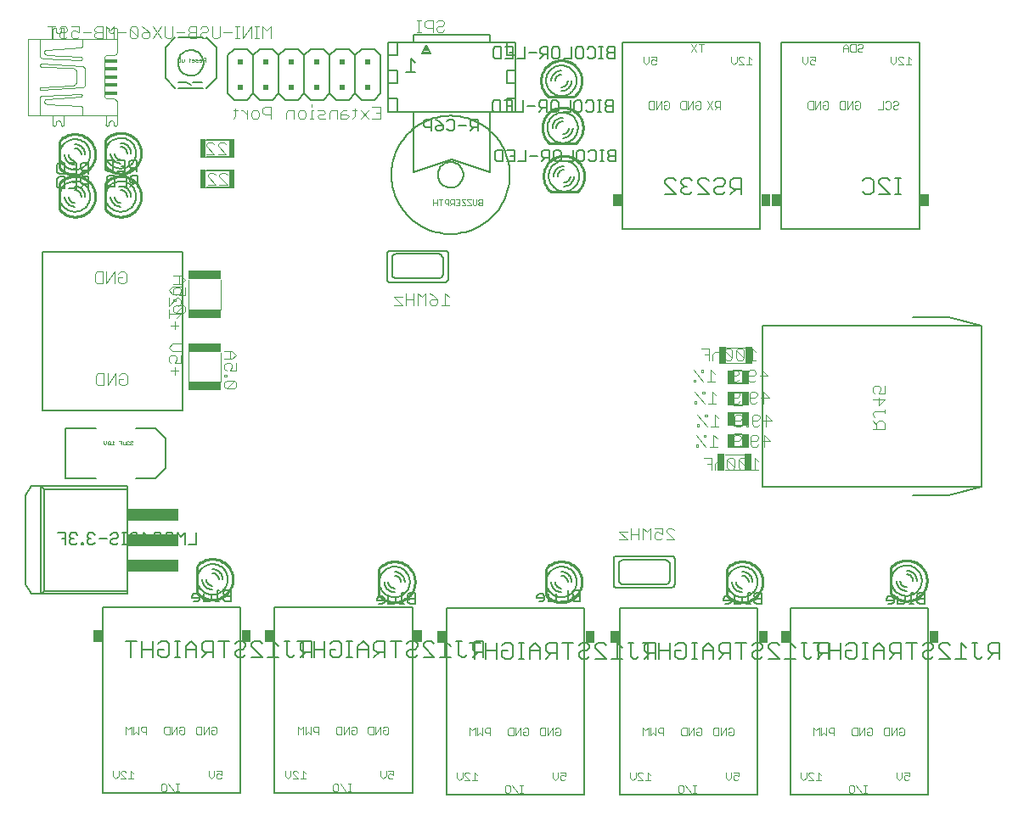
<source format=gbo>
G75*
G70*
%OFA0B0*%
%FSLAX24Y24*%
%IPPOS*%
%LPD*%
%AMOC8*
5,1,8,0,0,1.08239X$1,22.5*
%
%ADD10C,0.0080*%
%ADD11C,0.0010*%
%ADD12R,0.0364X0.0450*%
%ADD13C,0.0060*%
%ADD14C,0.0100*%
%ADD15C,0.0050*%
%ADD16R,0.2000X0.0500*%
%ADD17C,0.0040*%
%ADD18R,0.1299X0.0374*%
%ADD19R,0.0295X0.0669*%
%ADD20R,0.0256X0.0551*%
%ADD21R,0.0200X0.0200*%
%ADD22R,0.0200X0.0100*%
%ADD23R,0.0150X0.0050*%
%ADD24R,0.0100X0.0100*%
%ADD25R,0.0513X0.0132*%
%ADD26R,0.0230X0.0720*%
%ADD27C,0.0020*%
D10*
X003693Y000691D02*
X003693Y008014D01*
X009107Y008014D01*
X009107Y000691D01*
X003693Y000691D01*
X010443Y000691D02*
X010443Y008014D01*
X015857Y008014D01*
X015857Y000691D01*
X010443Y000691D01*
X017193Y000641D02*
X017193Y007964D01*
X022607Y007964D01*
X022607Y000641D01*
X017193Y000641D01*
X023993Y000641D02*
X023993Y007964D01*
X029407Y007964D01*
X029407Y000641D01*
X023993Y000641D01*
X030693Y000641D02*
X030693Y007964D01*
X036107Y007964D01*
X036107Y000641D01*
X030693Y000641D01*
X029600Y012730D02*
X032100Y012730D01*
X033400Y012730D02*
X038200Y012730D01*
X038200Y019070D01*
X033400Y019070D01*
X032100Y019070D02*
X029600Y019070D01*
X029600Y012730D01*
X029507Y022886D02*
X024093Y022886D01*
X024093Y030209D01*
X029507Y030209D01*
X029507Y022886D01*
X030343Y022886D02*
X030343Y030209D01*
X035757Y030209D01*
X035757Y022886D01*
X030343Y022886D01*
X016850Y025000D02*
X016852Y025044D01*
X016858Y025088D01*
X016868Y025131D01*
X016881Y025173D01*
X016898Y025214D01*
X016919Y025253D01*
X016943Y025290D01*
X016970Y025325D01*
X017000Y025357D01*
X017033Y025387D01*
X017069Y025413D01*
X017106Y025437D01*
X017146Y025456D01*
X017187Y025473D01*
X017230Y025485D01*
X017273Y025494D01*
X017317Y025499D01*
X017361Y025500D01*
X017405Y025497D01*
X017449Y025490D01*
X017492Y025479D01*
X017534Y025465D01*
X017574Y025447D01*
X017613Y025425D01*
X017649Y025401D01*
X017683Y025373D01*
X017715Y025342D01*
X017744Y025308D01*
X017770Y025272D01*
X017792Y025234D01*
X017811Y025194D01*
X017826Y025152D01*
X017838Y025110D01*
X017846Y025066D01*
X017850Y025022D01*
X017850Y024978D01*
X017846Y024934D01*
X017838Y024890D01*
X017826Y024848D01*
X017811Y024806D01*
X017792Y024766D01*
X017770Y024728D01*
X017744Y024692D01*
X017715Y024658D01*
X017683Y024627D01*
X017649Y024599D01*
X017613Y024575D01*
X017574Y024553D01*
X017534Y024535D01*
X017492Y024521D01*
X017449Y024510D01*
X017405Y024503D01*
X017361Y024500D01*
X017317Y024501D01*
X017273Y024506D01*
X017230Y024515D01*
X017187Y024527D01*
X017146Y024544D01*
X017106Y024563D01*
X017069Y024587D01*
X017033Y024613D01*
X017000Y024643D01*
X016970Y024675D01*
X016943Y024710D01*
X016919Y024747D01*
X016898Y024786D01*
X016881Y024827D01*
X016868Y024869D01*
X016858Y024912D01*
X016852Y024956D01*
X016850Y025000D01*
X015027Y025000D02*
X015030Y025114D01*
X015038Y025228D01*
X015052Y025341D01*
X015072Y025453D01*
X015097Y025564D01*
X015127Y025674D01*
X015163Y025783D01*
X015204Y025889D01*
X015250Y025993D01*
X015301Y026095D01*
X015357Y026194D01*
X015418Y026291D01*
X015484Y026384D01*
X015554Y026474D01*
X015629Y026560D01*
X015707Y026643D01*
X015790Y026721D01*
X015876Y026796D01*
X015966Y026866D01*
X016059Y026932D01*
X016156Y026993D01*
X016255Y027049D01*
X016357Y027100D01*
X016461Y027146D01*
X016567Y027187D01*
X016676Y027223D01*
X016786Y027253D01*
X016897Y027278D01*
X017009Y027298D01*
X017122Y027312D01*
X017236Y027320D01*
X017350Y027323D01*
X017464Y027320D01*
X017578Y027312D01*
X017691Y027298D01*
X017803Y027278D01*
X017914Y027253D01*
X018024Y027223D01*
X018133Y027187D01*
X018239Y027146D01*
X018343Y027100D01*
X018445Y027049D01*
X018544Y026993D01*
X018641Y026932D01*
X018734Y026866D01*
X018824Y026796D01*
X018910Y026721D01*
X018993Y026643D01*
X019071Y026560D01*
X019146Y026474D01*
X019216Y026384D01*
X019282Y026291D01*
X019343Y026194D01*
X019399Y026095D01*
X019450Y025993D01*
X019496Y025889D01*
X019537Y025783D01*
X019573Y025674D01*
X019603Y025564D01*
X019628Y025453D01*
X019648Y025341D01*
X019662Y025228D01*
X019670Y025114D01*
X019673Y025000D01*
X019670Y024886D01*
X019662Y024772D01*
X019648Y024659D01*
X019628Y024547D01*
X019603Y024436D01*
X019573Y024326D01*
X019537Y024217D01*
X019496Y024111D01*
X019450Y024007D01*
X019399Y023905D01*
X019343Y023806D01*
X019282Y023709D01*
X019216Y023616D01*
X019146Y023526D01*
X019071Y023440D01*
X018993Y023357D01*
X018910Y023279D01*
X018824Y023204D01*
X018734Y023134D01*
X018641Y023068D01*
X018544Y023007D01*
X018445Y022951D01*
X018343Y022900D01*
X018239Y022854D01*
X018133Y022813D01*
X018024Y022777D01*
X017914Y022747D01*
X017803Y022722D01*
X017691Y022702D01*
X017578Y022688D01*
X017464Y022680D01*
X017350Y022677D01*
X017236Y022680D01*
X017122Y022688D01*
X017009Y022702D01*
X016897Y022722D01*
X016786Y022747D01*
X016676Y022777D01*
X016567Y022813D01*
X016461Y022854D01*
X016357Y022900D01*
X016255Y022951D01*
X016156Y023007D01*
X016059Y023068D01*
X015966Y023134D01*
X015876Y023204D01*
X015790Y023279D01*
X015707Y023357D01*
X015629Y023440D01*
X015554Y023526D01*
X015484Y023616D01*
X015418Y023709D01*
X015357Y023806D01*
X015301Y023905D01*
X015250Y024007D01*
X015204Y024111D01*
X015163Y024217D01*
X015127Y024326D01*
X015097Y024436D01*
X015072Y024547D01*
X015052Y024659D01*
X015038Y024772D01*
X015030Y024886D01*
X015027Y025000D01*
X008150Y028794D02*
X008150Y030006D01*
X007756Y030400D01*
X007638Y030400D02*
X006650Y030400D01*
X006544Y030400D02*
X006150Y030006D01*
X006150Y028794D01*
X006544Y028400D01*
X006662Y028400D02*
X007638Y028400D01*
X007756Y028400D02*
X008150Y028794D01*
X006650Y029400D02*
X006652Y029444D01*
X006658Y029488D01*
X006668Y029531D01*
X006681Y029573D01*
X006698Y029614D01*
X006719Y029653D01*
X006743Y029690D01*
X006770Y029725D01*
X006800Y029757D01*
X006833Y029787D01*
X006869Y029813D01*
X006906Y029837D01*
X006946Y029856D01*
X006987Y029873D01*
X007030Y029885D01*
X007073Y029894D01*
X007117Y029899D01*
X007161Y029900D01*
X007205Y029897D01*
X007249Y029890D01*
X007292Y029879D01*
X007334Y029865D01*
X007374Y029847D01*
X007413Y029825D01*
X007449Y029801D01*
X007483Y029773D01*
X007515Y029742D01*
X007544Y029708D01*
X007570Y029672D01*
X007592Y029634D01*
X007611Y029594D01*
X007626Y029552D01*
X007638Y029510D01*
X007646Y029466D01*
X007650Y029422D01*
X007650Y029378D01*
X007646Y029334D01*
X007638Y029290D01*
X007626Y029248D01*
X007611Y029206D01*
X007592Y029166D01*
X007570Y029128D01*
X007544Y029092D01*
X007515Y029058D01*
X007483Y029027D01*
X007449Y028999D01*
X007413Y028975D01*
X007374Y028953D01*
X007334Y028935D01*
X007292Y028921D01*
X007249Y028910D01*
X007205Y028903D01*
X007161Y028900D01*
X007117Y028901D01*
X007073Y028906D01*
X007030Y028915D01*
X006987Y028927D01*
X006946Y028944D01*
X006906Y028963D01*
X006869Y028987D01*
X006833Y029013D01*
X006800Y029043D01*
X006770Y029075D01*
X006743Y029110D01*
X006719Y029147D01*
X006698Y029186D01*
X006681Y029227D01*
X006668Y029269D01*
X006658Y029312D01*
X006652Y029356D01*
X006650Y029400D01*
X005775Y015034D02*
X004987Y015034D01*
X005775Y015034D02*
X006169Y014641D01*
X006169Y013459D01*
X005775Y013066D01*
X004987Y013066D01*
X003413Y013066D02*
X002231Y013066D01*
X002231Y015034D01*
X003413Y015034D01*
D11*
X003742Y014545D02*
X003742Y014445D01*
X003792Y014395D01*
X003842Y014445D01*
X003842Y014545D01*
X003890Y014520D02*
X003990Y014420D01*
X003965Y014395D01*
X003915Y014395D01*
X003890Y014420D01*
X003890Y014520D01*
X003915Y014545D01*
X003965Y014545D01*
X003990Y014520D01*
X003990Y014420D01*
X004037Y014395D02*
X004137Y014395D01*
X004087Y014395D02*
X004087Y014545D01*
X004137Y014495D01*
X004332Y014545D02*
X004432Y014545D01*
X004432Y014395D01*
X004479Y014395D02*
X004479Y014495D01*
X004432Y014470D02*
X004382Y014470D01*
X004479Y014395D02*
X004554Y014395D01*
X004579Y014420D01*
X004579Y014495D01*
X004626Y014495D02*
X004651Y014470D01*
X004626Y014445D01*
X004626Y014420D01*
X004651Y014395D01*
X004701Y014395D01*
X004726Y014420D01*
X004774Y014420D02*
X004799Y014395D01*
X004849Y014395D01*
X004874Y014420D01*
X004824Y014470D02*
X004799Y014470D01*
X004774Y014445D01*
X004774Y014420D01*
X004799Y014470D02*
X004774Y014495D01*
X004774Y014520D01*
X004799Y014545D01*
X004849Y014545D01*
X004874Y014520D01*
X004726Y014520D02*
X004701Y014545D01*
X004651Y014545D01*
X004626Y014520D01*
X004626Y014495D01*
X004651Y014470D02*
X004676Y014470D01*
X004608Y003320D02*
X004608Y003010D01*
X004815Y003010D02*
X004815Y003320D01*
X004711Y003217D01*
X004608Y003320D01*
X004902Y003320D02*
X004902Y003010D01*
X005006Y003113D01*
X005109Y003010D01*
X005109Y003320D01*
X005197Y003269D02*
X005197Y003165D01*
X005249Y003113D01*
X005404Y003113D01*
X005404Y003010D02*
X005404Y003320D01*
X005249Y003320D01*
X005197Y003269D01*
X006108Y003269D02*
X006108Y003062D01*
X006160Y003010D01*
X006315Y003010D01*
X006315Y003320D01*
X006160Y003320D01*
X006108Y003269D01*
X006402Y003320D02*
X006402Y003010D01*
X006609Y003320D01*
X006609Y003010D01*
X006697Y003062D02*
X006697Y003165D01*
X006801Y003165D01*
X006904Y003062D02*
X006852Y003010D01*
X006749Y003010D01*
X006697Y003062D01*
X006697Y003269D02*
X006749Y003320D01*
X006852Y003320D01*
X006904Y003269D01*
X006904Y003062D01*
X007358Y003062D02*
X007358Y003269D01*
X007410Y003320D01*
X007565Y003320D01*
X007565Y003010D01*
X007410Y003010D01*
X007358Y003062D01*
X007652Y003010D02*
X007652Y003320D01*
X007859Y003320D02*
X007652Y003010D01*
X007859Y003010D02*
X007859Y003320D01*
X007947Y003269D02*
X007999Y003320D01*
X008102Y003320D01*
X008154Y003269D01*
X008154Y003062D01*
X008102Y003010D01*
X007999Y003010D01*
X007947Y003062D01*
X007947Y003165D01*
X008051Y003165D01*
X008065Y001570D02*
X008065Y001363D01*
X007961Y001260D01*
X007858Y001363D01*
X007858Y001570D01*
X008152Y001570D02*
X008359Y001570D01*
X008359Y001415D01*
X008256Y001467D01*
X008204Y001467D01*
X008152Y001415D01*
X008152Y001312D01*
X008204Y001260D01*
X008308Y001260D01*
X008359Y001312D01*
X006681Y001070D02*
X006577Y001070D01*
X006629Y001070D02*
X006629Y000760D01*
X006681Y000760D02*
X006577Y000760D01*
X006484Y000760D02*
X006277Y001070D01*
X006190Y001019D02*
X006190Y000812D01*
X006138Y000760D01*
X006035Y000760D01*
X005983Y000812D01*
X005983Y001019D01*
X006035Y001070D01*
X006138Y001070D01*
X006190Y001019D01*
X004904Y001260D02*
X004697Y001260D01*
X004609Y001260D02*
X004402Y001467D01*
X004402Y001519D01*
X004454Y001570D01*
X004558Y001570D01*
X004609Y001519D01*
X004801Y001570D02*
X004801Y001260D01*
X004609Y001260D02*
X004402Y001260D01*
X004315Y001363D02*
X004211Y001260D01*
X004108Y001363D01*
X004108Y001570D01*
X004315Y001570D02*
X004315Y001363D01*
X004801Y001570D02*
X004904Y001467D01*
X010858Y001363D02*
X010858Y001570D01*
X010858Y001363D02*
X010961Y001260D01*
X011065Y001363D01*
X011065Y001570D01*
X011152Y001519D02*
X011204Y001570D01*
X011308Y001570D01*
X011359Y001519D01*
X011551Y001570D02*
X011551Y001260D01*
X011654Y001260D02*
X011447Y001260D01*
X011359Y001260D02*
X011152Y001467D01*
X011152Y001519D01*
X011152Y001260D02*
X011359Y001260D01*
X011654Y001467D02*
X011551Y001570D01*
X012733Y001019D02*
X012733Y000812D01*
X012785Y000760D01*
X012888Y000760D01*
X012940Y000812D01*
X012940Y001019D01*
X012888Y001070D01*
X012785Y001070D01*
X012733Y001019D01*
X013027Y001070D02*
X013234Y000760D01*
X013327Y000760D02*
X013431Y000760D01*
X013379Y000760D02*
X013379Y001070D01*
X013431Y001070D02*
X013327Y001070D01*
X014608Y001363D02*
X014711Y001260D01*
X014815Y001363D01*
X014815Y001570D01*
X014902Y001570D02*
X015109Y001570D01*
X015109Y001415D01*
X015006Y001467D01*
X014954Y001467D01*
X014902Y001415D01*
X014902Y001312D01*
X014954Y001260D01*
X015058Y001260D01*
X015109Y001312D01*
X014608Y001363D02*
X014608Y001570D01*
X014609Y003010D02*
X014609Y003320D01*
X014402Y003010D01*
X014402Y003320D01*
X014315Y003320D02*
X014160Y003320D01*
X014108Y003269D01*
X014108Y003062D01*
X014160Y003010D01*
X014315Y003010D01*
X014315Y003320D01*
X014697Y003269D02*
X014749Y003320D01*
X014852Y003320D01*
X014904Y003269D01*
X014904Y003062D01*
X014852Y003010D01*
X014749Y003010D01*
X014697Y003062D01*
X014697Y003165D01*
X014801Y003165D01*
X013654Y003062D02*
X013602Y003010D01*
X013499Y003010D01*
X013447Y003062D01*
X013447Y003165D01*
X013551Y003165D01*
X013654Y003062D02*
X013654Y003269D01*
X013602Y003320D01*
X013499Y003320D01*
X013447Y003269D01*
X013359Y003320D02*
X013152Y003010D01*
X013152Y003320D01*
X013065Y003320D02*
X012910Y003320D01*
X012858Y003269D01*
X012858Y003062D01*
X012910Y003010D01*
X013065Y003010D01*
X013065Y003320D01*
X013359Y003320D02*
X013359Y003010D01*
X012154Y003010D02*
X012154Y003320D01*
X011999Y003320D01*
X011947Y003269D01*
X011947Y003165D01*
X011999Y003113D01*
X012154Y003113D01*
X011859Y003010D02*
X011756Y003113D01*
X011652Y003010D01*
X011652Y003320D01*
X011565Y003320D02*
X011461Y003217D01*
X011358Y003320D01*
X011358Y003010D01*
X011565Y003010D02*
X011565Y003320D01*
X011859Y003320D02*
X011859Y003010D01*
X017608Y001520D02*
X017608Y001313D01*
X017711Y001210D01*
X017815Y001313D01*
X017815Y001520D01*
X017902Y001469D02*
X017954Y001520D01*
X018058Y001520D01*
X018109Y001469D01*
X018301Y001520D02*
X018301Y001210D01*
X018404Y001210D02*
X018197Y001210D01*
X018109Y001210D02*
X017902Y001417D01*
X017902Y001469D01*
X017902Y001210D02*
X018109Y001210D01*
X018404Y001417D02*
X018301Y001520D01*
X019483Y000969D02*
X019483Y000762D01*
X019535Y000710D01*
X019638Y000710D01*
X019690Y000762D01*
X019690Y000969D01*
X019638Y001020D01*
X019535Y001020D01*
X019483Y000969D01*
X019777Y001020D02*
X019984Y000710D01*
X020077Y000710D02*
X020181Y000710D01*
X020129Y000710D02*
X020129Y001020D01*
X020181Y001020D02*
X020077Y001020D01*
X021358Y001313D02*
X021461Y001210D01*
X021565Y001313D01*
X021565Y001520D01*
X021652Y001520D02*
X021859Y001520D01*
X021859Y001365D01*
X021756Y001417D01*
X021704Y001417D01*
X021652Y001365D01*
X021652Y001262D01*
X021704Y001210D01*
X021808Y001210D01*
X021859Y001262D01*
X021358Y001313D02*
X021358Y001520D01*
X021359Y002960D02*
X021359Y003270D01*
X021152Y002960D01*
X021152Y003270D01*
X021065Y003270D02*
X020910Y003270D01*
X020858Y003219D01*
X020858Y003012D01*
X020910Y002960D01*
X021065Y002960D01*
X021065Y003270D01*
X021447Y003219D02*
X021499Y003270D01*
X021602Y003270D01*
X021654Y003219D01*
X021654Y003012D01*
X021602Y002960D01*
X021499Y002960D01*
X021447Y003012D01*
X021447Y003115D01*
X021551Y003115D01*
X020404Y003012D02*
X020352Y002960D01*
X020249Y002960D01*
X020197Y003012D01*
X020197Y003115D01*
X020301Y003115D01*
X020404Y003012D02*
X020404Y003219D01*
X020352Y003270D01*
X020249Y003270D01*
X020197Y003219D01*
X020109Y003270D02*
X019902Y002960D01*
X019902Y003270D01*
X019815Y003270D02*
X019660Y003270D01*
X019608Y003219D01*
X019608Y003012D01*
X019660Y002960D01*
X019815Y002960D01*
X019815Y003270D01*
X020109Y003270D02*
X020109Y002960D01*
X018904Y002960D02*
X018904Y003270D01*
X018749Y003270D01*
X018697Y003219D01*
X018697Y003115D01*
X018749Y003063D01*
X018904Y003063D01*
X018609Y002960D02*
X018609Y003270D01*
X018402Y003270D02*
X018402Y002960D01*
X018506Y003063D01*
X018609Y002960D01*
X018315Y002960D02*
X018315Y003270D01*
X018211Y003167D01*
X018108Y003270D01*
X018108Y002960D01*
X024408Y001520D02*
X024408Y001313D01*
X024511Y001210D01*
X024615Y001313D01*
X024615Y001520D01*
X024702Y001469D02*
X024754Y001520D01*
X024858Y001520D01*
X024909Y001469D01*
X025101Y001520D02*
X025101Y001210D01*
X025204Y001210D02*
X024997Y001210D01*
X024909Y001210D02*
X024702Y001417D01*
X024702Y001469D01*
X024702Y001210D02*
X024909Y001210D01*
X025204Y001417D02*
X025101Y001520D01*
X026283Y000969D02*
X026283Y000762D01*
X026335Y000710D01*
X026438Y000710D01*
X026490Y000762D01*
X026490Y000969D01*
X026438Y001020D01*
X026335Y001020D01*
X026283Y000969D01*
X026577Y001020D02*
X026784Y000710D01*
X026877Y000710D02*
X026981Y000710D01*
X026929Y000710D02*
X026929Y001020D01*
X026981Y001020D02*
X026877Y001020D01*
X028158Y001313D02*
X028261Y001210D01*
X028365Y001313D01*
X028365Y001520D01*
X028452Y001520D02*
X028659Y001520D01*
X028659Y001365D01*
X028556Y001417D01*
X028504Y001417D01*
X028452Y001365D01*
X028452Y001262D01*
X028504Y001210D01*
X028608Y001210D01*
X028659Y001262D01*
X028158Y001313D02*
X028158Y001520D01*
X028159Y002960D02*
X028159Y003270D01*
X027952Y002960D01*
X027952Y003270D01*
X027865Y003270D02*
X027865Y002960D01*
X027710Y002960D01*
X027658Y003012D01*
X027658Y003219D01*
X027710Y003270D01*
X027865Y003270D01*
X028247Y003219D02*
X028299Y003270D01*
X028402Y003270D01*
X028454Y003219D01*
X028454Y003012D01*
X028402Y002960D01*
X028299Y002960D01*
X028247Y003012D01*
X028247Y003115D01*
X028351Y003115D01*
X027204Y003012D02*
X027152Y002960D01*
X027049Y002960D01*
X026997Y003012D01*
X026997Y003115D01*
X027101Y003115D01*
X027204Y003012D02*
X027204Y003219D01*
X027152Y003270D01*
X027049Y003270D01*
X026997Y003219D01*
X026909Y003270D02*
X026702Y002960D01*
X026702Y003270D01*
X026615Y003270D02*
X026615Y002960D01*
X026460Y002960D01*
X026408Y003012D01*
X026408Y003219D01*
X026460Y003270D01*
X026615Y003270D01*
X026909Y003270D02*
X026909Y002960D01*
X025704Y002960D02*
X025704Y003270D01*
X025549Y003270D01*
X025497Y003219D01*
X025497Y003115D01*
X025549Y003063D01*
X025704Y003063D01*
X025409Y002960D02*
X025409Y003270D01*
X025202Y003270D02*
X025202Y002960D01*
X025306Y003063D01*
X025409Y002960D01*
X025115Y002960D02*
X025115Y003270D01*
X025011Y003167D01*
X024908Y003270D01*
X024908Y002960D01*
X031108Y001520D02*
X031108Y001313D01*
X031211Y001210D01*
X031315Y001313D01*
X031315Y001520D01*
X031402Y001469D02*
X031454Y001520D01*
X031558Y001520D01*
X031609Y001469D01*
X031801Y001520D02*
X031801Y001210D01*
X031904Y001210D02*
X031697Y001210D01*
X031609Y001210D02*
X031402Y001417D01*
X031402Y001469D01*
X031402Y001210D02*
X031609Y001210D01*
X031904Y001417D02*
X031801Y001520D01*
X032983Y000969D02*
X032983Y000762D01*
X033035Y000710D01*
X033138Y000710D01*
X033190Y000762D01*
X033190Y000969D01*
X033138Y001020D01*
X033035Y001020D01*
X032983Y000969D01*
X033277Y001020D02*
X033484Y000710D01*
X033577Y000710D02*
X033681Y000710D01*
X033629Y000710D02*
X033629Y001020D01*
X033681Y001020D02*
X033577Y001020D01*
X034858Y001313D02*
X034858Y001520D01*
X034858Y001313D02*
X034961Y001210D01*
X035065Y001313D01*
X035065Y001520D01*
X035152Y001520D02*
X035359Y001520D01*
X035359Y001365D01*
X035256Y001417D01*
X035204Y001417D01*
X035152Y001365D01*
X035152Y001262D01*
X035204Y001210D01*
X035308Y001210D01*
X035359Y001262D01*
X035102Y002960D02*
X034999Y002960D01*
X034947Y003012D01*
X034947Y003115D01*
X035051Y003115D01*
X035154Y003012D02*
X035102Y002960D01*
X035154Y003012D02*
X035154Y003219D01*
X035102Y003270D01*
X034999Y003270D01*
X034947Y003219D01*
X034859Y003270D02*
X034652Y002960D01*
X034652Y003270D01*
X034565Y003270D02*
X034410Y003270D01*
X034358Y003219D01*
X034358Y003012D01*
X034410Y002960D01*
X034565Y002960D01*
X034565Y003270D01*
X034859Y003270D02*
X034859Y002960D01*
X033904Y003012D02*
X033852Y002960D01*
X033749Y002960D01*
X033697Y003012D01*
X033697Y003115D01*
X033801Y003115D01*
X033904Y003012D02*
X033904Y003219D01*
X033852Y003270D01*
X033749Y003270D01*
X033697Y003219D01*
X033609Y003270D02*
X033402Y002960D01*
X033402Y003270D01*
X033315Y003270D02*
X033315Y002960D01*
X033160Y002960D01*
X033108Y003012D01*
X033108Y003219D01*
X033160Y003270D01*
X033315Y003270D01*
X033609Y003270D02*
X033609Y002960D01*
X032404Y002960D02*
X032404Y003270D01*
X032249Y003270D01*
X032197Y003219D01*
X032197Y003115D01*
X032249Y003063D01*
X032404Y003063D01*
X032109Y002960D02*
X032109Y003270D01*
X031902Y003270D02*
X031902Y002960D01*
X032006Y003063D01*
X032109Y002960D01*
X031815Y002960D02*
X031815Y003270D01*
X031711Y003167D01*
X031608Y003270D01*
X031608Y002960D01*
X031581Y027580D02*
X031426Y027580D01*
X031374Y027632D01*
X031374Y027839D01*
X031426Y027890D01*
X031581Y027890D01*
X031581Y027580D01*
X031669Y027580D02*
X031669Y027890D01*
X031875Y027890D02*
X031669Y027580D01*
X031875Y027580D02*
X031875Y027890D01*
X031963Y027839D02*
X032015Y027890D01*
X032118Y027890D01*
X032170Y027839D01*
X032170Y027632D01*
X032118Y027580D01*
X032015Y027580D01*
X031963Y027632D01*
X031963Y027735D01*
X032067Y027735D01*
X032624Y027632D02*
X032624Y027839D01*
X032676Y027890D01*
X032831Y027890D01*
X032831Y027580D01*
X032676Y027580D01*
X032624Y027632D01*
X032919Y027580D02*
X032919Y027890D01*
X033125Y027890D02*
X032919Y027580D01*
X033125Y027580D02*
X033125Y027890D01*
X033213Y027839D02*
X033265Y027890D01*
X033368Y027890D01*
X033420Y027839D01*
X033420Y027632D01*
X033368Y027580D01*
X033265Y027580D01*
X033213Y027632D01*
X033213Y027735D01*
X033317Y027735D01*
X034124Y027580D02*
X034331Y027580D01*
X034331Y027890D01*
X034419Y027839D02*
X034470Y027890D01*
X034574Y027890D01*
X034625Y027839D01*
X034625Y027632D01*
X034574Y027580D01*
X034470Y027580D01*
X034419Y027632D01*
X034713Y027632D02*
X034765Y027580D01*
X034868Y027580D01*
X034920Y027632D01*
X034868Y027735D02*
X034765Y027735D01*
X034713Y027683D01*
X034713Y027632D01*
X034868Y027735D02*
X034920Y027787D01*
X034920Y027839D01*
X034868Y027890D01*
X034765Y027890D01*
X034713Y027839D01*
X034727Y029330D02*
X034624Y029433D01*
X034624Y029640D01*
X034831Y029640D02*
X034831Y029433D01*
X034727Y029330D01*
X034919Y029330D02*
X035125Y029330D01*
X034919Y029537D01*
X034919Y029589D01*
X034970Y029640D01*
X035074Y029640D01*
X035125Y029589D01*
X035317Y029640D02*
X035317Y029330D01*
X035420Y029330D02*
X035213Y029330D01*
X035420Y029537D02*
X035317Y029640D01*
X033545Y029882D02*
X033493Y029830D01*
X033390Y029830D01*
X033338Y029882D01*
X033338Y029933D01*
X033390Y029985D01*
X033493Y029985D01*
X033545Y030037D01*
X033545Y030089D01*
X033493Y030140D01*
X033390Y030140D01*
X033338Y030089D01*
X033250Y030140D02*
X033095Y030140D01*
X033044Y030089D01*
X033044Y029882D01*
X033095Y029830D01*
X033250Y029830D01*
X033250Y030140D01*
X032956Y030037D02*
X032852Y030140D01*
X032749Y030037D01*
X032749Y029830D01*
X032749Y029985D02*
X032956Y029985D01*
X032956Y030037D02*
X032956Y029830D01*
X031670Y029640D02*
X031670Y029485D01*
X031567Y029537D01*
X031515Y029537D01*
X031463Y029485D01*
X031463Y029382D01*
X031515Y029330D01*
X031618Y029330D01*
X031670Y029382D01*
X031670Y029640D02*
X031463Y029640D01*
X031375Y029640D02*
X031375Y029433D01*
X031272Y029330D01*
X031169Y029433D01*
X031169Y029640D01*
X029170Y029537D02*
X029067Y029640D01*
X029067Y029330D01*
X029170Y029330D02*
X028963Y029330D01*
X028875Y029330D02*
X028669Y029537D01*
X028669Y029589D01*
X028720Y029640D01*
X028824Y029640D01*
X028875Y029589D01*
X028875Y029330D02*
X028669Y029330D01*
X028581Y029433D02*
X028581Y029640D01*
X028581Y029433D02*
X028477Y029330D01*
X028374Y029433D01*
X028374Y029640D01*
X027295Y030140D02*
X027088Y030140D01*
X027000Y030140D02*
X026794Y029830D01*
X027000Y029830D02*
X026794Y030140D01*
X027192Y030140D02*
X027192Y029830D01*
X025420Y029640D02*
X025420Y029485D01*
X025317Y029537D01*
X025265Y029537D01*
X025213Y029485D01*
X025213Y029382D01*
X025265Y029330D01*
X025368Y029330D01*
X025420Y029382D01*
X025420Y029640D02*
X025213Y029640D01*
X025125Y029640D02*
X025125Y029433D01*
X025022Y029330D01*
X024919Y029433D01*
X024919Y029640D01*
X025176Y027890D02*
X025331Y027890D01*
X025331Y027580D01*
X025176Y027580D01*
X025124Y027632D01*
X025124Y027839D01*
X025176Y027890D01*
X025419Y027890D02*
X025419Y027580D01*
X025625Y027890D01*
X025625Y027580D01*
X025713Y027632D02*
X025713Y027735D01*
X025817Y027735D01*
X025920Y027632D02*
X025868Y027580D01*
X025765Y027580D01*
X025713Y027632D01*
X025713Y027839D02*
X025765Y027890D01*
X025868Y027890D01*
X025920Y027839D01*
X025920Y027632D01*
X026374Y027632D02*
X026374Y027839D01*
X026426Y027890D01*
X026581Y027890D01*
X026581Y027580D01*
X026426Y027580D01*
X026374Y027632D01*
X026669Y027580D02*
X026669Y027890D01*
X026875Y027890D02*
X026669Y027580D01*
X026875Y027580D02*
X026875Y027890D01*
X026963Y027839D02*
X027015Y027890D01*
X027118Y027890D01*
X027170Y027839D01*
X027170Y027632D01*
X027118Y027580D01*
X027015Y027580D01*
X026963Y027632D01*
X026963Y027735D01*
X027067Y027735D01*
X027419Y027580D02*
X027625Y027890D01*
X027713Y027839D02*
X027713Y027735D01*
X027765Y027683D01*
X027920Y027683D01*
X027920Y027580D02*
X027920Y027890D01*
X027765Y027890D01*
X027713Y027839D01*
X027817Y027683D02*
X027713Y027580D01*
X027625Y027580D02*
X027419Y027890D01*
X007724Y029445D02*
X007724Y029595D01*
X007649Y029595D01*
X007624Y029570D01*
X007624Y029520D01*
X007649Y029495D01*
X007724Y029495D01*
X007674Y029495D02*
X007624Y029445D01*
X007577Y029470D02*
X007577Y029520D01*
X007552Y029545D01*
X007502Y029545D01*
X007477Y029520D01*
X007477Y029495D01*
X007577Y029495D01*
X007577Y029470D02*
X007552Y029445D01*
X007502Y029445D01*
X007430Y029445D02*
X007355Y029445D01*
X007330Y029470D01*
X007355Y029495D01*
X007405Y029495D01*
X007430Y029520D01*
X007405Y029545D01*
X007330Y029545D01*
X007283Y029520D02*
X007258Y029545D01*
X007207Y029545D01*
X007182Y029520D01*
X007182Y029495D01*
X007283Y029495D01*
X007283Y029470D02*
X007283Y029520D01*
X007283Y029470D02*
X007258Y029445D01*
X007207Y029445D01*
X007110Y029470D02*
X007085Y029445D01*
X007110Y029470D02*
X007110Y029570D01*
X007135Y029545D02*
X007085Y029545D01*
X006890Y029545D02*
X006890Y029470D01*
X006865Y029445D01*
X006790Y029445D01*
X006790Y029545D01*
X006742Y029570D02*
X006742Y029470D01*
X006717Y029445D01*
X006667Y029445D01*
X006642Y029470D01*
X006642Y029570D02*
X006667Y029595D01*
X006717Y029595D01*
X006742Y029570D01*
D12*
X023882Y024016D03*
X029718Y024016D03*
X030132Y024016D03*
X035968Y024016D03*
X036318Y006834D03*
X030482Y006834D03*
X029618Y006834D03*
X023782Y006834D03*
X022818Y006834D03*
X016982Y006834D03*
X016068Y006884D03*
X010232Y006884D03*
X009318Y006884D03*
X003482Y006884D03*
D13*
X004588Y006671D02*
X005015Y006671D01*
X004801Y006671D02*
X004801Y006030D01*
X005232Y006030D02*
X005232Y006671D01*
X005232Y006350D02*
X005659Y006350D01*
X005877Y006350D02*
X006090Y006350D01*
X005877Y006350D02*
X005877Y006137D01*
X005983Y006030D01*
X006197Y006030D01*
X006304Y006137D01*
X006304Y006564D01*
X006197Y006671D01*
X005983Y006671D01*
X005877Y006564D01*
X005659Y006671D02*
X005659Y006030D01*
X006520Y006030D02*
X006733Y006030D01*
X006627Y006030D02*
X006627Y006671D01*
X006733Y006671D02*
X006520Y006671D01*
X006951Y006457D02*
X006951Y006030D01*
X006951Y006350D02*
X007378Y006350D01*
X007378Y006457D02*
X007378Y006030D01*
X007595Y006030D02*
X007809Y006244D01*
X007702Y006244D02*
X008022Y006244D01*
X008022Y006030D02*
X008022Y006671D01*
X007702Y006671D01*
X007595Y006564D01*
X007595Y006350D01*
X007702Y006244D01*
X007378Y006457D02*
X007164Y006671D01*
X006951Y006457D01*
X008240Y006671D02*
X008667Y006671D01*
X008453Y006671D02*
X008453Y006030D01*
X008885Y006137D02*
X008991Y006030D01*
X009205Y006030D01*
X009312Y006137D01*
X009205Y006350D02*
X008991Y006350D01*
X008885Y006244D01*
X008885Y006137D01*
X009205Y006350D02*
X009312Y006457D01*
X009312Y006564D01*
X009205Y006671D01*
X008991Y006671D01*
X008885Y006564D01*
X009529Y006564D02*
X009636Y006671D01*
X009849Y006671D01*
X009956Y006564D01*
X009529Y006564D02*
X009529Y006457D01*
X009956Y006030D01*
X009529Y006030D01*
X010174Y006030D02*
X010601Y006030D01*
X010387Y006030D02*
X010387Y006671D01*
X010601Y006457D01*
X010818Y006671D02*
X011032Y006671D01*
X010925Y006671D02*
X010925Y006137D01*
X011032Y006030D01*
X011138Y006030D01*
X011245Y006137D01*
X011463Y006030D02*
X011676Y006244D01*
X011569Y006244D02*
X011890Y006244D01*
X011982Y006350D02*
X012409Y006350D01*
X012627Y006350D02*
X012840Y006350D01*
X012627Y006350D02*
X012627Y006137D01*
X012733Y006030D01*
X012947Y006030D01*
X013054Y006137D01*
X013054Y006564D01*
X012947Y006671D01*
X012733Y006671D01*
X012627Y006564D01*
X012409Y006671D02*
X012409Y006030D01*
X011982Y006030D02*
X011982Y006671D01*
X011890Y006671D02*
X011569Y006671D01*
X011463Y006564D01*
X011463Y006350D01*
X011569Y006244D01*
X011551Y006030D02*
X011551Y006671D01*
X011338Y006671D02*
X011765Y006671D01*
X011890Y006671D02*
X011890Y006030D01*
X013270Y006030D02*
X013483Y006030D01*
X013377Y006030D02*
X013377Y006671D01*
X013483Y006671D02*
X013270Y006671D01*
X013701Y006457D02*
X013701Y006030D01*
X013701Y006350D02*
X014128Y006350D01*
X014128Y006457D02*
X014128Y006030D01*
X014345Y006030D02*
X014559Y006244D01*
X014452Y006244D02*
X014772Y006244D01*
X014772Y006030D02*
X014772Y006671D01*
X014452Y006671D01*
X014345Y006564D01*
X014345Y006350D01*
X014452Y006244D01*
X014128Y006457D02*
X013914Y006671D01*
X013701Y006457D01*
X014990Y006671D02*
X015417Y006671D01*
X015203Y006671D02*
X015203Y006030D01*
X015635Y006137D02*
X015741Y006030D01*
X015955Y006030D01*
X016062Y006137D01*
X015955Y006350D02*
X015741Y006350D01*
X015635Y006244D01*
X015635Y006137D01*
X015955Y006350D02*
X016062Y006457D01*
X016062Y006564D01*
X015955Y006671D01*
X015741Y006671D01*
X015635Y006564D01*
X016279Y006564D02*
X016386Y006671D01*
X016599Y006671D01*
X016706Y006564D01*
X016279Y006564D02*
X016279Y006457D01*
X016706Y006030D01*
X016279Y006030D01*
X016924Y006030D02*
X017351Y006030D01*
X017137Y006030D02*
X017137Y006671D01*
X017351Y006457D01*
X017568Y006671D02*
X017782Y006671D01*
X017675Y006671D02*
X017675Y006137D01*
X017782Y006030D01*
X017888Y006030D01*
X017995Y006137D01*
X018213Y006030D02*
X018426Y006244D01*
X018319Y006244D02*
X018640Y006244D01*
X018732Y006300D02*
X019159Y006300D01*
X019377Y006300D02*
X019590Y006300D01*
X019377Y006300D02*
X019377Y006087D01*
X019483Y005980D01*
X019697Y005980D01*
X019804Y006087D01*
X019804Y006514D01*
X019697Y006621D01*
X019483Y006621D01*
X019377Y006514D01*
X019159Y006621D02*
X019159Y005980D01*
X018732Y005980D02*
X018732Y006621D01*
X018640Y006671D02*
X018319Y006671D01*
X018213Y006564D01*
X018213Y006350D01*
X018319Y006244D01*
X018301Y005980D02*
X018301Y006621D01*
X018088Y006621D02*
X018515Y006621D01*
X018640Y006671D02*
X018640Y006030D01*
X020020Y005980D02*
X020233Y005980D01*
X020127Y005980D02*
X020127Y006621D01*
X020233Y006621D02*
X020020Y006621D01*
X020451Y006407D02*
X020451Y005980D01*
X020451Y006300D02*
X020878Y006300D01*
X020878Y006407D02*
X020664Y006621D01*
X020451Y006407D01*
X020878Y006407D02*
X020878Y005980D01*
X021095Y005980D02*
X021309Y006194D01*
X021202Y006194D02*
X021522Y006194D01*
X021522Y005980D02*
X021522Y006621D01*
X021202Y006621D01*
X021095Y006514D01*
X021095Y006300D01*
X021202Y006194D01*
X021740Y006621D02*
X022167Y006621D01*
X021953Y006621D02*
X021953Y005980D01*
X022385Y006087D02*
X022491Y005980D01*
X022705Y005980D01*
X022812Y006087D01*
X022705Y006300D02*
X022812Y006407D01*
X022812Y006514D01*
X022705Y006621D01*
X022491Y006621D01*
X022385Y006514D01*
X022491Y006300D02*
X022385Y006194D01*
X022385Y006087D01*
X022491Y006300D02*
X022705Y006300D01*
X023029Y006407D02*
X023029Y006514D01*
X023136Y006621D01*
X023349Y006621D01*
X023456Y006514D01*
X023029Y006407D02*
X023456Y005980D01*
X023029Y005980D01*
X023674Y005980D02*
X024101Y005980D01*
X023887Y005980D02*
X023887Y006621D01*
X024101Y006407D01*
X024318Y006621D02*
X024532Y006621D01*
X024425Y006621D02*
X024425Y006087D01*
X024532Y005980D01*
X024638Y005980D01*
X024745Y006087D01*
X024963Y005980D02*
X025176Y006194D01*
X025069Y006194D02*
X025390Y006194D01*
X025532Y006300D02*
X025959Y006300D01*
X026177Y006300D02*
X026390Y006300D01*
X026177Y006300D02*
X026177Y006087D01*
X026283Y005980D01*
X026497Y005980D01*
X026604Y006087D01*
X026604Y006514D01*
X026497Y006621D01*
X026283Y006621D01*
X026177Y006514D01*
X025959Y006621D02*
X025959Y005980D01*
X025532Y005980D02*
X025532Y006621D01*
X025390Y006621D02*
X025069Y006621D01*
X024963Y006514D01*
X024963Y006300D01*
X025069Y006194D01*
X025101Y005980D02*
X025101Y006621D01*
X024888Y006621D02*
X025315Y006621D01*
X025390Y006621D02*
X025390Y005980D01*
X026820Y005980D02*
X027033Y005980D01*
X026927Y005980D02*
X026927Y006621D01*
X027033Y006621D02*
X026820Y006621D01*
X027251Y006407D02*
X027251Y005980D01*
X027251Y006300D02*
X027678Y006300D01*
X027678Y006407D02*
X027464Y006621D01*
X027251Y006407D01*
X027678Y006407D02*
X027678Y005980D01*
X027895Y005980D02*
X028109Y006194D01*
X028002Y006194D02*
X028322Y006194D01*
X028322Y005980D02*
X028322Y006621D01*
X028002Y006621D01*
X027895Y006514D01*
X027895Y006300D01*
X028002Y006194D01*
X028540Y006621D02*
X028967Y006621D01*
X028753Y006621D02*
X028753Y005980D01*
X029185Y006087D02*
X029291Y005980D01*
X029505Y005980D01*
X029612Y006087D01*
X029505Y006300D02*
X029291Y006300D01*
X029185Y006194D01*
X029185Y006087D01*
X029505Y006300D02*
X029612Y006407D01*
X029612Y006514D01*
X029505Y006621D01*
X029291Y006621D01*
X029185Y006514D01*
X029829Y006514D02*
X029936Y006621D01*
X030149Y006621D01*
X030256Y006514D01*
X030687Y006621D02*
X030687Y005980D01*
X030474Y005980D02*
X030901Y005980D01*
X031225Y006087D02*
X031225Y006621D01*
X031332Y006621D02*
X031118Y006621D01*
X030901Y006407D02*
X030687Y006621D01*
X031225Y006087D02*
X031332Y005980D01*
X031438Y005980D01*
X031545Y006087D01*
X031763Y005980D02*
X031976Y006194D01*
X031869Y006194D02*
X032190Y006194D01*
X032232Y006300D02*
X032659Y006300D01*
X032877Y006300D02*
X033090Y006300D01*
X032877Y006300D02*
X032877Y006087D01*
X032983Y005980D01*
X033197Y005980D01*
X033304Y006087D01*
X033304Y006514D01*
X033197Y006621D01*
X032983Y006621D01*
X032877Y006514D01*
X032659Y006621D02*
X032659Y005980D01*
X032232Y005980D02*
X032232Y006621D01*
X032190Y006621D02*
X031869Y006621D01*
X031763Y006514D01*
X031763Y006300D01*
X031869Y006194D01*
X031801Y005980D02*
X031801Y006621D01*
X031588Y006621D02*
X032015Y006621D01*
X032190Y006621D02*
X032190Y005980D01*
X033520Y005980D02*
X033733Y005980D01*
X033627Y005980D02*
X033627Y006621D01*
X033733Y006621D02*
X033520Y006621D01*
X033951Y006407D02*
X033951Y005980D01*
X033951Y006300D02*
X034378Y006300D01*
X034378Y006407D02*
X034378Y005980D01*
X034595Y005980D02*
X034809Y006194D01*
X034702Y006194D02*
X035022Y006194D01*
X035022Y005980D02*
X035022Y006621D01*
X034702Y006621D01*
X034595Y006514D01*
X034595Y006300D01*
X034702Y006194D01*
X034378Y006407D02*
X034164Y006621D01*
X033951Y006407D01*
X035240Y006621D02*
X035667Y006621D01*
X035453Y006621D02*
X035453Y005980D01*
X035885Y006087D02*
X035991Y005980D01*
X036205Y005980D01*
X036312Y006087D01*
X036205Y006300D02*
X035991Y006300D01*
X035885Y006194D01*
X035885Y006087D01*
X036205Y006300D02*
X036312Y006407D01*
X036312Y006514D01*
X036205Y006621D01*
X035991Y006621D01*
X035885Y006514D01*
X036529Y006514D02*
X036636Y006621D01*
X036849Y006621D01*
X036956Y006514D01*
X036529Y006514D02*
X036529Y006407D01*
X036956Y005980D01*
X036529Y005980D01*
X037174Y005980D02*
X037601Y005980D01*
X037387Y005980D02*
X037387Y006621D01*
X037601Y006407D01*
X037818Y006621D02*
X038032Y006621D01*
X037925Y006621D02*
X037925Y006087D01*
X038032Y005980D01*
X038138Y005980D01*
X038245Y006087D01*
X038463Y005980D02*
X038676Y006194D01*
X038569Y006194D02*
X038890Y006194D01*
X038890Y005980D02*
X038890Y006621D01*
X038569Y006621D01*
X038463Y006514D01*
X038463Y006300D01*
X038569Y006194D01*
X035698Y008651D02*
X035729Y008689D01*
X035757Y008729D01*
X035781Y008771D01*
X035802Y008814D01*
X035819Y008860D01*
X035832Y008906D01*
X035842Y008954D01*
X035848Y009002D01*
X035850Y009050D01*
X035250Y009650D02*
X035203Y009648D01*
X035155Y009642D01*
X035109Y009633D01*
X035063Y009620D01*
X035019Y009604D01*
X034975Y009583D01*
X034934Y009560D01*
X034895Y009534D01*
X034858Y009504D01*
X034823Y009471D01*
X034791Y009436D01*
X034762Y009399D01*
X035250Y008450D02*
X035295Y008452D01*
X035341Y008457D01*
X035385Y008465D01*
X035429Y008477D01*
X035472Y008493D01*
X035514Y008511D01*
X035554Y008533D01*
X035592Y008557D01*
X035628Y008584D01*
X035663Y008614D01*
X035694Y008647D01*
X035724Y008682D01*
X034650Y009050D02*
X034652Y009097D01*
X034657Y009144D01*
X034667Y009190D01*
X034680Y009236D01*
X034696Y009280D01*
X034716Y009323D01*
X034739Y009364D01*
X034765Y009403D01*
X034794Y009440D01*
X034650Y009050D02*
X034652Y009004D01*
X034657Y008958D01*
X034666Y008912D01*
X034678Y008868D01*
X034694Y008824D01*
X034713Y008782D01*
X034735Y008741D01*
X034761Y008703D01*
X034789Y008666D01*
X035250Y009650D02*
X035296Y009648D01*
X035342Y009643D01*
X035388Y009634D01*
X035433Y009622D01*
X035476Y009606D01*
X035518Y009587D01*
X035559Y009564D01*
X035598Y009539D01*
X035634Y009511D01*
X035669Y009480D01*
X035701Y009446D01*
X035730Y009410D01*
X035250Y008450D02*
X035205Y008452D01*
X035159Y008457D01*
X035115Y008465D01*
X035071Y008477D01*
X035028Y008493D01*
X034986Y008511D01*
X034946Y008533D01*
X034908Y008557D01*
X034872Y008584D01*
X034837Y008614D01*
X034806Y008647D01*
X034776Y008682D01*
X035850Y009050D02*
X035848Y009096D01*
X035843Y009142D01*
X035834Y009188D01*
X035822Y009232D01*
X035806Y009276D01*
X035787Y009318D01*
X035765Y009359D01*
X035739Y009397D01*
X035711Y009434D01*
X035250Y008650D02*
X035211Y008652D01*
X035172Y008658D01*
X035134Y008667D01*
X035097Y008680D01*
X035061Y008697D01*
X035028Y008717D01*
X034996Y008741D01*
X034967Y008767D01*
X034941Y008796D01*
X034917Y008828D01*
X034897Y008861D01*
X034880Y008897D01*
X034867Y008934D01*
X034858Y008972D01*
X034852Y009011D01*
X034850Y009050D01*
X035000Y009050D02*
X035002Y009020D01*
X035007Y008990D01*
X035016Y008961D01*
X035029Y008934D01*
X035044Y008908D01*
X035063Y008884D01*
X035084Y008863D01*
X035108Y008844D01*
X035134Y008829D01*
X035161Y008816D01*
X035190Y008807D01*
X035220Y008802D01*
X035250Y008800D01*
X035650Y009050D02*
X035648Y009089D01*
X035642Y009128D01*
X035633Y009166D01*
X035620Y009203D01*
X035603Y009239D01*
X035583Y009272D01*
X035559Y009304D01*
X035533Y009333D01*
X035504Y009359D01*
X035472Y009383D01*
X035439Y009403D01*
X035403Y009420D01*
X035366Y009433D01*
X035328Y009442D01*
X035289Y009448D01*
X035250Y009450D01*
X035250Y009300D02*
X035280Y009298D01*
X035310Y009293D01*
X035339Y009284D01*
X035366Y009271D01*
X035392Y009256D01*
X035416Y009237D01*
X035437Y009216D01*
X035456Y009192D01*
X035471Y009166D01*
X035484Y009139D01*
X035493Y009110D01*
X035498Y009080D01*
X035500Y009050D01*
X030256Y005980D02*
X029829Y006407D01*
X029829Y006514D01*
X029829Y005980D02*
X030256Y005980D01*
X029248Y008601D02*
X029279Y008639D01*
X029307Y008679D01*
X029331Y008721D01*
X029352Y008764D01*
X029369Y008810D01*
X029382Y008856D01*
X029392Y008904D01*
X029398Y008952D01*
X029400Y009000D01*
X028800Y009600D02*
X028753Y009598D01*
X028705Y009592D01*
X028659Y009583D01*
X028613Y009570D01*
X028569Y009554D01*
X028525Y009533D01*
X028484Y009510D01*
X028445Y009484D01*
X028408Y009454D01*
X028373Y009421D01*
X028341Y009386D01*
X028312Y009349D01*
X028800Y008400D02*
X028845Y008402D01*
X028891Y008407D01*
X028935Y008415D01*
X028979Y008427D01*
X029022Y008443D01*
X029064Y008461D01*
X029104Y008483D01*
X029142Y008507D01*
X029178Y008534D01*
X029213Y008564D01*
X029244Y008597D01*
X029274Y008632D01*
X028200Y009000D02*
X028202Y009047D01*
X028207Y009094D01*
X028217Y009140D01*
X028230Y009186D01*
X028246Y009230D01*
X028266Y009273D01*
X028289Y009314D01*
X028315Y009353D01*
X028344Y009390D01*
X028200Y009000D02*
X028202Y008954D01*
X028207Y008908D01*
X028216Y008862D01*
X028228Y008818D01*
X028244Y008774D01*
X028263Y008732D01*
X028285Y008691D01*
X028311Y008653D01*
X028339Y008616D01*
X028800Y009600D02*
X028846Y009598D01*
X028892Y009593D01*
X028938Y009584D01*
X028983Y009572D01*
X029026Y009556D01*
X029068Y009537D01*
X029109Y009514D01*
X029148Y009489D01*
X029184Y009461D01*
X029219Y009430D01*
X029251Y009396D01*
X029280Y009360D01*
X028800Y008400D02*
X028755Y008402D01*
X028709Y008407D01*
X028665Y008415D01*
X028621Y008427D01*
X028578Y008443D01*
X028536Y008461D01*
X028496Y008483D01*
X028458Y008507D01*
X028422Y008534D01*
X028387Y008564D01*
X028356Y008597D01*
X028326Y008632D01*
X029400Y009000D02*
X029398Y009046D01*
X029393Y009092D01*
X029384Y009138D01*
X029372Y009182D01*
X029356Y009226D01*
X029337Y009268D01*
X029315Y009309D01*
X029289Y009347D01*
X029261Y009384D01*
X028800Y008600D02*
X028761Y008602D01*
X028722Y008608D01*
X028684Y008617D01*
X028647Y008630D01*
X028611Y008647D01*
X028578Y008667D01*
X028546Y008691D01*
X028517Y008717D01*
X028491Y008746D01*
X028467Y008778D01*
X028447Y008811D01*
X028430Y008847D01*
X028417Y008884D01*
X028408Y008922D01*
X028402Y008961D01*
X028400Y009000D01*
X028550Y009000D02*
X028552Y008970D01*
X028557Y008940D01*
X028566Y008911D01*
X028579Y008884D01*
X028594Y008858D01*
X028613Y008834D01*
X028634Y008813D01*
X028658Y008794D01*
X028684Y008779D01*
X028711Y008766D01*
X028740Y008757D01*
X028770Y008752D01*
X028800Y008750D01*
X029200Y009000D02*
X029198Y009039D01*
X029192Y009078D01*
X029183Y009116D01*
X029170Y009153D01*
X029153Y009189D01*
X029133Y009222D01*
X029109Y009254D01*
X029083Y009283D01*
X029054Y009309D01*
X029022Y009333D01*
X028989Y009353D01*
X028953Y009370D01*
X028916Y009383D01*
X028878Y009392D01*
X028839Y009398D01*
X028800Y009400D01*
X028800Y009250D02*
X028830Y009248D01*
X028860Y009243D01*
X028889Y009234D01*
X028916Y009221D01*
X028942Y009206D01*
X028966Y009187D01*
X028987Y009166D01*
X029006Y009142D01*
X029021Y009116D01*
X029034Y009089D01*
X029043Y009060D01*
X029048Y009030D01*
X029050Y009000D01*
X028811Y014300D02*
X028489Y014300D01*
X028489Y014800D02*
X028811Y014800D01*
X028811Y015150D02*
X028489Y015150D01*
X028489Y015650D02*
X028811Y015650D01*
X028811Y015950D02*
X028489Y015950D01*
X028489Y016450D02*
X028811Y016450D01*
X028811Y016800D02*
X028489Y016800D01*
X028489Y017300D02*
X028811Y017300D01*
X028770Y024230D02*
X028770Y024871D01*
X028450Y024871D01*
X028343Y024764D01*
X028343Y024550D01*
X028450Y024444D01*
X028770Y024444D01*
X028556Y024444D02*
X028343Y024230D01*
X028125Y024337D02*
X028019Y024230D01*
X027805Y024230D01*
X027698Y024337D01*
X027698Y024444D01*
X027805Y024550D01*
X028019Y024550D01*
X028125Y024657D01*
X028125Y024764D01*
X028019Y024871D01*
X027805Y024871D01*
X027698Y024764D01*
X027481Y024764D02*
X027374Y024871D01*
X027161Y024871D01*
X027054Y024764D01*
X027054Y024657D01*
X027481Y024230D01*
X027054Y024230D01*
X026836Y024337D02*
X026730Y024230D01*
X026516Y024230D01*
X026409Y024337D01*
X026409Y024444D01*
X026516Y024550D01*
X026623Y024550D01*
X026516Y024550D02*
X026409Y024657D01*
X026409Y024764D01*
X026516Y024871D01*
X026730Y024871D01*
X026836Y024764D01*
X026192Y024764D02*
X026085Y024871D01*
X025872Y024871D01*
X025765Y024764D01*
X025765Y024657D01*
X026192Y024230D01*
X025765Y024230D01*
X022400Y024950D02*
X022398Y024905D01*
X022393Y024859D01*
X022385Y024815D01*
X022373Y024771D01*
X022357Y024728D01*
X022339Y024686D01*
X022317Y024646D01*
X022293Y024608D01*
X022266Y024572D01*
X022236Y024537D01*
X022203Y024506D01*
X022168Y024476D01*
X022184Y024489D02*
X022147Y024461D01*
X022109Y024435D01*
X022068Y024413D01*
X022026Y024394D01*
X021982Y024378D01*
X021938Y024366D01*
X021892Y024357D01*
X021846Y024352D01*
X021800Y024350D01*
X021200Y024950D02*
X021202Y024996D01*
X021207Y025042D01*
X021216Y025088D01*
X021228Y025133D01*
X021244Y025176D01*
X021263Y025218D01*
X021286Y025259D01*
X021311Y025298D01*
X021339Y025334D01*
X021370Y025369D01*
X021404Y025401D01*
X021440Y025430D01*
X021416Y025411D02*
X021453Y025439D01*
X021491Y025465D01*
X021532Y025487D01*
X021574Y025506D01*
X021618Y025522D01*
X021662Y025534D01*
X021708Y025543D01*
X021754Y025548D01*
X021800Y025550D01*
X021848Y025548D01*
X021896Y025542D01*
X021944Y025532D01*
X021990Y025519D01*
X022036Y025502D01*
X022079Y025481D01*
X022121Y025457D01*
X022161Y025429D01*
X022199Y025398D01*
X022168Y025424D02*
X022203Y025394D01*
X022236Y025363D01*
X022266Y025328D01*
X022293Y025292D01*
X022317Y025254D01*
X022339Y025214D01*
X022357Y025172D01*
X022373Y025129D01*
X022385Y025085D01*
X022393Y025041D01*
X022398Y024995D01*
X022400Y024950D01*
X021800Y024350D02*
X021753Y024352D01*
X021706Y024357D01*
X021660Y024367D01*
X021614Y024380D01*
X021570Y024396D01*
X021527Y024416D01*
X021486Y024439D01*
X021447Y024465D01*
X021410Y024494D01*
X021800Y024550D02*
X021839Y024552D01*
X021878Y024558D01*
X021916Y024567D01*
X021953Y024580D01*
X021989Y024597D01*
X022022Y024617D01*
X022054Y024641D01*
X022083Y024667D01*
X022109Y024696D01*
X022133Y024728D01*
X022153Y024761D01*
X022170Y024797D01*
X022183Y024834D01*
X022192Y024872D01*
X022198Y024911D01*
X022200Y024950D01*
X022050Y024950D02*
X022048Y024920D01*
X022043Y024890D01*
X022034Y024861D01*
X022021Y024834D01*
X022006Y024808D01*
X021987Y024784D01*
X021966Y024763D01*
X021942Y024744D01*
X021916Y024729D01*
X021889Y024716D01*
X021860Y024707D01*
X021830Y024702D01*
X021800Y024700D01*
X021400Y024950D02*
X021402Y024989D01*
X021408Y025028D01*
X021417Y025066D01*
X021430Y025103D01*
X021447Y025139D01*
X021467Y025172D01*
X021491Y025204D01*
X021517Y025233D01*
X021546Y025259D01*
X021578Y025283D01*
X021611Y025303D01*
X021647Y025320D01*
X021684Y025333D01*
X021722Y025342D01*
X021761Y025348D01*
X021800Y025350D01*
X021200Y024950D02*
X021202Y024903D01*
X021208Y024855D01*
X021217Y024809D01*
X021230Y024763D01*
X021246Y024719D01*
X021267Y024675D01*
X021290Y024634D01*
X021316Y024595D01*
X021346Y024558D01*
X021379Y024523D01*
X021414Y024491D01*
X021451Y024462D01*
X021550Y024950D02*
X021552Y024980D01*
X021557Y025010D01*
X021566Y025039D01*
X021579Y025066D01*
X021594Y025092D01*
X021613Y025116D01*
X021634Y025137D01*
X021658Y025156D01*
X021684Y025171D01*
X021711Y025184D01*
X021740Y025193D01*
X021770Y025198D01*
X021800Y025200D01*
X021750Y026250D02*
X021796Y026252D01*
X021842Y026257D01*
X021888Y026266D01*
X021932Y026278D01*
X021976Y026294D01*
X022018Y026313D01*
X022059Y026335D01*
X022097Y026361D01*
X022134Y026389D01*
X022118Y026376D02*
X022153Y026406D01*
X022186Y026437D01*
X022216Y026472D01*
X022243Y026508D01*
X022267Y026546D01*
X022289Y026586D01*
X022307Y026628D01*
X022323Y026671D01*
X022335Y026715D01*
X022343Y026759D01*
X022348Y026805D01*
X022350Y026850D01*
X022149Y027298D02*
X022111Y027329D01*
X022071Y027357D01*
X022029Y027381D01*
X021986Y027402D01*
X021940Y027419D01*
X021894Y027432D01*
X021846Y027442D01*
X021798Y027448D01*
X021750Y027450D01*
X021704Y027448D01*
X021658Y027443D01*
X021612Y027434D01*
X021568Y027422D01*
X021524Y027406D01*
X021482Y027387D01*
X021441Y027365D01*
X021403Y027339D01*
X021366Y027311D01*
X021150Y026850D02*
X021152Y026803D01*
X021158Y026755D01*
X021167Y026709D01*
X021180Y026663D01*
X021196Y026619D01*
X021217Y026575D01*
X021240Y026534D01*
X021266Y026495D01*
X021296Y026458D01*
X021329Y026423D01*
X021364Y026391D01*
X021401Y026362D01*
X021150Y026850D02*
X021152Y026896D01*
X021157Y026942D01*
X021166Y026988D01*
X021178Y027033D01*
X021194Y027076D01*
X021213Y027118D01*
X021236Y027159D01*
X021261Y027198D01*
X021289Y027234D01*
X021320Y027269D01*
X021354Y027301D01*
X021390Y027330D01*
X022150Y026850D02*
X022148Y026811D01*
X022142Y026772D01*
X022133Y026734D01*
X022120Y026697D01*
X022103Y026661D01*
X022083Y026628D01*
X022059Y026596D01*
X022033Y026567D01*
X022004Y026541D01*
X021972Y026517D01*
X021939Y026497D01*
X021903Y026480D01*
X021866Y026467D01*
X021828Y026458D01*
X021789Y026452D01*
X021750Y026450D01*
X021750Y026600D02*
X021780Y026602D01*
X021810Y026607D01*
X021839Y026616D01*
X021866Y026629D01*
X021892Y026644D01*
X021916Y026663D01*
X021937Y026684D01*
X021956Y026708D01*
X021971Y026734D01*
X021984Y026761D01*
X021993Y026790D01*
X021998Y026820D01*
X022000Y026850D01*
X022350Y026850D02*
X022348Y026895D01*
X022343Y026941D01*
X022335Y026985D01*
X022323Y027029D01*
X022307Y027072D01*
X022289Y027114D01*
X022267Y027154D01*
X022243Y027192D01*
X022216Y027228D01*
X022186Y027263D01*
X022153Y027294D01*
X022118Y027324D01*
X021750Y026250D02*
X021703Y026252D01*
X021656Y026257D01*
X021610Y026267D01*
X021564Y026280D01*
X021520Y026296D01*
X021477Y026316D01*
X021436Y026339D01*
X021397Y026365D01*
X021360Y026394D01*
X021350Y026850D02*
X021352Y026889D01*
X021358Y026928D01*
X021367Y026966D01*
X021380Y027003D01*
X021397Y027039D01*
X021417Y027072D01*
X021441Y027104D01*
X021467Y027133D01*
X021496Y027159D01*
X021528Y027183D01*
X021561Y027203D01*
X021597Y027220D01*
X021634Y027233D01*
X021672Y027242D01*
X021711Y027248D01*
X021750Y027250D01*
X021750Y027100D02*
X021720Y027098D01*
X021690Y027093D01*
X021661Y027084D01*
X021634Y027071D01*
X021608Y027056D01*
X021584Y027037D01*
X021563Y027016D01*
X021544Y026992D01*
X021529Y026966D01*
X021516Y026939D01*
X021507Y026910D01*
X021502Y026880D01*
X021500Y026850D01*
X019890Y027470D02*
X019890Y028000D01*
X019890Y028600D01*
X019890Y029100D01*
X019550Y029100D01*
X019550Y028600D01*
X019890Y028600D01*
X019890Y029100D02*
X019890Y029700D01*
X019550Y029700D01*
X019550Y030220D01*
X019890Y030220D01*
X019890Y029700D01*
X019550Y030220D02*
X018900Y030220D01*
X015900Y030220D01*
X015250Y030220D01*
X015250Y029700D01*
X014900Y029700D01*
X014900Y030220D01*
X015250Y030220D01*
X014900Y029700D02*
X014900Y029100D01*
X014900Y028600D01*
X014900Y028000D01*
X015250Y028000D01*
X015250Y027470D01*
X014900Y027470D01*
X014900Y028000D01*
X014600Y028200D02*
X014600Y029700D01*
X014350Y029950D01*
X013850Y029950D01*
X013600Y029700D01*
X013600Y028200D01*
X013350Y027950D01*
X012850Y027950D01*
X012600Y028200D01*
X012600Y029700D01*
X012350Y029950D01*
X011850Y029950D01*
X011600Y029700D01*
X011600Y028200D01*
X011350Y027950D01*
X010850Y027950D01*
X010600Y028200D01*
X010600Y029700D01*
X010350Y029950D01*
X009850Y029950D01*
X009600Y029700D01*
X009350Y029950D01*
X008850Y029950D01*
X008600Y029700D01*
X008600Y028200D01*
X008850Y027950D01*
X009350Y027950D01*
X009600Y028200D01*
X009600Y029700D01*
X010600Y029700D02*
X010850Y029950D01*
X011350Y029950D01*
X011600Y029700D01*
X012600Y029700D02*
X012850Y029950D01*
X013350Y029950D01*
X013600Y029700D01*
X014900Y029100D02*
X015250Y029100D01*
X015250Y028600D01*
X014900Y028600D01*
X014600Y028200D02*
X014350Y027950D01*
X013850Y027950D01*
X013600Y028200D01*
X012600Y028200D02*
X012350Y027950D01*
X011850Y027950D01*
X011600Y028200D01*
X010600Y028200D02*
X010350Y027950D01*
X009850Y027950D01*
X009600Y028200D01*
X008650Y026380D02*
X007750Y026380D01*
X007750Y025720D02*
X008650Y025720D01*
X008650Y025180D02*
X007750Y025180D01*
X007750Y024520D02*
X008650Y024520D01*
X004400Y024750D02*
X004353Y024748D01*
X004305Y024742D01*
X004259Y024733D01*
X004213Y024720D01*
X004169Y024704D01*
X004125Y024683D01*
X004084Y024660D01*
X004045Y024634D01*
X004008Y024604D01*
X003973Y024571D01*
X003941Y024536D01*
X003912Y024499D01*
X004400Y023550D02*
X004445Y023552D01*
X004491Y023557D01*
X004535Y023565D01*
X004579Y023577D01*
X004622Y023593D01*
X004664Y023611D01*
X004704Y023633D01*
X004742Y023657D01*
X004778Y023684D01*
X004813Y023714D01*
X004844Y023747D01*
X004874Y023782D01*
X004848Y023751D02*
X004879Y023789D01*
X004907Y023829D01*
X004931Y023871D01*
X004952Y023914D01*
X004969Y023960D01*
X004982Y024006D01*
X004992Y024054D01*
X004998Y024102D01*
X005000Y024150D01*
X004400Y023550D02*
X004355Y023552D01*
X004309Y023557D01*
X004265Y023565D01*
X004221Y023577D01*
X004178Y023593D01*
X004136Y023611D01*
X004096Y023633D01*
X004058Y023657D01*
X004022Y023684D01*
X003987Y023714D01*
X003956Y023747D01*
X003926Y023782D01*
X003800Y024150D02*
X003802Y024197D01*
X003807Y024244D01*
X003817Y024290D01*
X003830Y024336D01*
X003846Y024380D01*
X003866Y024423D01*
X003889Y024464D01*
X003915Y024503D01*
X003944Y024540D01*
X003800Y024150D02*
X003802Y024104D01*
X003807Y024058D01*
X003816Y024012D01*
X003828Y023968D01*
X003844Y023924D01*
X003863Y023882D01*
X003885Y023841D01*
X003911Y023803D01*
X003939Y023766D01*
X004400Y024750D02*
X004446Y024748D01*
X004492Y024743D01*
X004538Y024734D01*
X004583Y024722D01*
X004626Y024706D01*
X004668Y024687D01*
X004709Y024664D01*
X004748Y024639D01*
X004784Y024611D01*
X004819Y024580D01*
X004851Y024546D01*
X004880Y024510D01*
X004400Y023750D02*
X004361Y023752D01*
X004322Y023758D01*
X004284Y023767D01*
X004247Y023780D01*
X004211Y023797D01*
X004178Y023817D01*
X004146Y023841D01*
X004117Y023867D01*
X004091Y023896D01*
X004067Y023928D01*
X004047Y023961D01*
X004030Y023997D01*
X004017Y024034D01*
X004008Y024072D01*
X004002Y024111D01*
X004000Y024150D01*
X004150Y024150D02*
X004152Y024120D01*
X004157Y024090D01*
X004166Y024061D01*
X004179Y024034D01*
X004194Y024008D01*
X004213Y023984D01*
X004234Y023963D01*
X004258Y023944D01*
X004284Y023929D01*
X004311Y023916D01*
X004340Y023907D01*
X004370Y023902D01*
X004400Y023900D01*
X005000Y024150D02*
X004998Y024196D01*
X004993Y024242D01*
X004984Y024288D01*
X004972Y024332D01*
X004956Y024376D01*
X004937Y024418D01*
X004915Y024459D01*
X004889Y024497D01*
X004861Y024534D01*
X004800Y024150D02*
X004798Y024189D01*
X004792Y024228D01*
X004783Y024266D01*
X004770Y024303D01*
X004753Y024339D01*
X004733Y024372D01*
X004709Y024404D01*
X004683Y024433D01*
X004654Y024459D01*
X004622Y024483D01*
X004589Y024503D01*
X004553Y024520D01*
X004516Y024533D01*
X004478Y024542D01*
X004439Y024548D01*
X004400Y024550D01*
X004400Y024400D02*
X004430Y024398D01*
X004460Y024393D01*
X004489Y024384D01*
X004516Y024371D01*
X004542Y024356D01*
X004566Y024337D01*
X004587Y024316D01*
X004606Y024292D01*
X004621Y024266D01*
X004634Y024239D01*
X004643Y024210D01*
X004648Y024180D01*
X004650Y024150D01*
X004848Y025451D02*
X004879Y025489D01*
X004907Y025529D01*
X004931Y025571D01*
X004952Y025614D01*
X004969Y025660D01*
X004982Y025706D01*
X004992Y025754D01*
X004998Y025802D01*
X005000Y025850D01*
X004400Y026450D02*
X004353Y026448D01*
X004305Y026442D01*
X004259Y026433D01*
X004213Y026420D01*
X004169Y026404D01*
X004125Y026383D01*
X004084Y026360D01*
X004045Y026334D01*
X004008Y026304D01*
X003973Y026271D01*
X003941Y026236D01*
X003912Y026199D01*
X004400Y025250D02*
X004445Y025252D01*
X004491Y025257D01*
X004535Y025265D01*
X004579Y025277D01*
X004622Y025293D01*
X004664Y025311D01*
X004704Y025333D01*
X004742Y025357D01*
X004778Y025384D01*
X004813Y025414D01*
X004844Y025447D01*
X004874Y025482D01*
X003800Y025850D02*
X003802Y025897D01*
X003807Y025944D01*
X003817Y025990D01*
X003830Y026036D01*
X003846Y026080D01*
X003866Y026123D01*
X003889Y026164D01*
X003915Y026203D01*
X003944Y026240D01*
X003800Y025850D02*
X003802Y025804D01*
X003807Y025758D01*
X003816Y025712D01*
X003828Y025668D01*
X003844Y025624D01*
X003863Y025582D01*
X003885Y025541D01*
X003911Y025503D01*
X003939Y025466D01*
X004400Y026450D02*
X004446Y026448D01*
X004492Y026443D01*
X004538Y026434D01*
X004583Y026422D01*
X004626Y026406D01*
X004668Y026387D01*
X004709Y026364D01*
X004748Y026339D01*
X004784Y026311D01*
X004819Y026280D01*
X004851Y026246D01*
X004880Y026210D01*
X004400Y025250D02*
X004355Y025252D01*
X004309Y025257D01*
X004265Y025265D01*
X004221Y025277D01*
X004178Y025293D01*
X004136Y025311D01*
X004096Y025333D01*
X004058Y025357D01*
X004022Y025384D01*
X003987Y025414D01*
X003956Y025447D01*
X003926Y025482D01*
X005000Y025850D02*
X004998Y025896D01*
X004993Y025942D01*
X004984Y025988D01*
X004972Y026032D01*
X004956Y026076D01*
X004937Y026118D01*
X004915Y026159D01*
X004889Y026197D01*
X004861Y026234D01*
X004400Y025450D02*
X004361Y025452D01*
X004322Y025458D01*
X004284Y025467D01*
X004247Y025480D01*
X004211Y025497D01*
X004178Y025517D01*
X004146Y025541D01*
X004117Y025567D01*
X004091Y025596D01*
X004067Y025628D01*
X004047Y025661D01*
X004030Y025697D01*
X004017Y025734D01*
X004008Y025772D01*
X004002Y025811D01*
X004000Y025850D01*
X004150Y025850D02*
X004152Y025820D01*
X004157Y025790D01*
X004166Y025761D01*
X004179Y025734D01*
X004194Y025708D01*
X004213Y025684D01*
X004234Y025663D01*
X004258Y025644D01*
X004284Y025629D01*
X004311Y025616D01*
X004340Y025607D01*
X004370Y025602D01*
X004400Y025600D01*
X004800Y025850D02*
X004798Y025889D01*
X004792Y025928D01*
X004783Y025966D01*
X004770Y026003D01*
X004753Y026039D01*
X004733Y026072D01*
X004709Y026104D01*
X004683Y026133D01*
X004654Y026159D01*
X004622Y026183D01*
X004589Y026203D01*
X004553Y026220D01*
X004516Y026233D01*
X004478Y026242D01*
X004439Y026248D01*
X004400Y026250D01*
X004400Y026100D02*
X004430Y026098D01*
X004460Y026093D01*
X004489Y026084D01*
X004516Y026071D01*
X004542Y026056D01*
X004566Y026037D01*
X004587Y026016D01*
X004606Y025992D01*
X004621Y025966D01*
X004634Y025939D01*
X004643Y025910D01*
X004648Y025880D01*
X004650Y025850D01*
X002600Y026400D02*
X002553Y026398D01*
X002505Y026392D01*
X002459Y026383D01*
X002413Y026370D01*
X002369Y026354D01*
X002325Y026333D01*
X002284Y026310D01*
X002245Y026284D01*
X002208Y026254D01*
X002173Y026221D01*
X002141Y026186D01*
X002112Y026149D01*
X002600Y025200D02*
X002645Y025202D01*
X002691Y025207D01*
X002735Y025215D01*
X002779Y025227D01*
X002822Y025243D01*
X002864Y025261D01*
X002904Y025283D01*
X002942Y025307D01*
X002978Y025334D01*
X003013Y025364D01*
X003044Y025397D01*
X003074Y025432D01*
X003048Y025401D02*
X003079Y025439D01*
X003107Y025479D01*
X003131Y025521D01*
X003152Y025564D01*
X003169Y025610D01*
X003182Y025656D01*
X003192Y025704D01*
X003198Y025752D01*
X003200Y025800D01*
X002600Y025200D02*
X002555Y025202D01*
X002509Y025207D01*
X002465Y025215D01*
X002421Y025227D01*
X002378Y025243D01*
X002336Y025261D01*
X002296Y025283D01*
X002258Y025307D01*
X002222Y025334D01*
X002187Y025364D01*
X002156Y025397D01*
X002126Y025432D01*
X002000Y025800D02*
X002002Y025847D01*
X002007Y025894D01*
X002017Y025940D01*
X002030Y025986D01*
X002046Y026030D01*
X002066Y026073D01*
X002089Y026114D01*
X002115Y026153D01*
X002144Y026190D01*
X002000Y025800D02*
X002002Y025754D01*
X002007Y025708D01*
X002016Y025662D01*
X002028Y025618D01*
X002044Y025574D01*
X002063Y025532D01*
X002085Y025491D01*
X002111Y025453D01*
X002139Y025416D01*
X002600Y026400D02*
X002646Y026398D01*
X002692Y026393D01*
X002738Y026384D01*
X002783Y026372D01*
X002826Y026356D01*
X002868Y026337D01*
X002909Y026314D01*
X002948Y026289D01*
X002984Y026261D01*
X003019Y026230D01*
X003051Y026196D01*
X003080Y026160D01*
X002600Y025400D02*
X002561Y025402D01*
X002522Y025408D01*
X002484Y025417D01*
X002447Y025430D01*
X002411Y025447D01*
X002378Y025467D01*
X002346Y025491D01*
X002317Y025517D01*
X002291Y025546D01*
X002267Y025578D01*
X002247Y025611D01*
X002230Y025647D01*
X002217Y025684D01*
X002208Y025722D01*
X002202Y025761D01*
X002200Y025800D01*
X002350Y025800D02*
X002352Y025770D01*
X002357Y025740D01*
X002366Y025711D01*
X002379Y025684D01*
X002394Y025658D01*
X002413Y025634D01*
X002434Y025613D01*
X002458Y025594D01*
X002484Y025579D01*
X002511Y025566D01*
X002540Y025557D01*
X002570Y025552D01*
X002600Y025550D01*
X003200Y025800D02*
X003198Y025846D01*
X003193Y025892D01*
X003184Y025938D01*
X003172Y025982D01*
X003156Y026026D01*
X003137Y026068D01*
X003115Y026109D01*
X003089Y026147D01*
X003061Y026184D01*
X003000Y025800D02*
X002998Y025839D01*
X002992Y025878D01*
X002983Y025916D01*
X002970Y025953D01*
X002953Y025989D01*
X002933Y026022D01*
X002909Y026054D01*
X002883Y026083D01*
X002854Y026109D01*
X002822Y026133D01*
X002789Y026153D01*
X002753Y026170D01*
X002716Y026183D01*
X002678Y026192D01*
X002639Y026198D01*
X002600Y026200D01*
X002600Y026050D02*
X002630Y026048D01*
X002660Y026043D01*
X002689Y026034D01*
X002716Y026021D01*
X002742Y026006D01*
X002766Y025987D01*
X002787Y025966D01*
X002806Y025942D01*
X002821Y025916D01*
X002834Y025889D01*
X002843Y025860D01*
X002848Y025830D01*
X002850Y025800D01*
X002600Y024750D02*
X002553Y024748D01*
X002505Y024742D01*
X002459Y024733D01*
X002413Y024720D01*
X002369Y024704D01*
X002325Y024683D01*
X002284Y024660D01*
X002245Y024634D01*
X002208Y024604D01*
X002173Y024571D01*
X002141Y024536D01*
X002112Y024499D01*
X002600Y023550D02*
X002645Y023552D01*
X002691Y023557D01*
X002735Y023565D01*
X002779Y023577D01*
X002822Y023593D01*
X002864Y023611D01*
X002904Y023633D01*
X002942Y023657D01*
X002978Y023684D01*
X003013Y023714D01*
X003044Y023747D01*
X003074Y023782D01*
X003048Y023751D02*
X003079Y023789D01*
X003107Y023829D01*
X003131Y023871D01*
X003152Y023914D01*
X003169Y023960D01*
X003182Y024006D01*
X003192Y024054D01*
X003198Y024102D01*
X003200Y024150D01*
X002600Y023550D02*
X002555Y023552D01*
X002509Y023557D01*
X002465Y023565D01*
X002421Y023577D01*
X002378Y023593D01*
X002336Y023611D01*
X002296Y023633D01*
X002258Y023657D01*
X002222Y023684D01*
X002187Y023714D01*
X002156Y023747D01*
X002126Y023782D01*
X002000Y024150D02*
X002002Y024197D01*
X002007Y024244D01*
X002017Y024290D01*
X002030Y024336D01*
X002046Y024380D01*
X002066Y024423D01*
X002089Y024464D01*
X002115Y024503D01*
X002144Y024540D01*
X002000Y024150D02*
X002002Y024104D01*
X002007Y024058D01*
X002016Y024012D01*
X002028Y023968D01*
X002044Y023924D01*
X002063Y023882D01*
X002085Y023841D01*
X002111Y023803D01*
X002139Y023766D01*
X002600Y024750D02*
X002646Y024748D01*
X002692Y024743D01*
X002738Y024734D01*
X002783Y024722D01*
X002826Y024706D01*
X002868Y024687D01*
X002909Y024664D01*
X002948Y024639D01*
X002984Y024611D01*
X003019Y024580D01*
X003051Y024546D01*
X003080Y024510D01*
X002600Y023750D02*
X002561Y023752D01*
X002522Y023758D01*
X002484Y023767D01*
X002447Y023780D01*
X002411Y023797D01*
X002378Y023817D01*
X002346Y023841D01*
X002317Y023867D01*
X002291Y023896D01*
X002267Y023928D01*
X002247Y023961D01*
X002230Y023997D01*
X002217Y024034D01*
X002208Y024072D01*
X002202Y024111D01*
X002200Y024150D01*
X002350Y024150D02*
X002352Y024120D01*
X002357Y024090D01*
X002366Y024061D01*
X002379Y024034D01*
X002394Y024008D01*
X002413Y023984D01*
X002434Y023963D01*
X002458Y023944D01*
X002484Y023929D01*
X002511Y023916D01*
X002540Y023907D01*
X002570Y023902D01*
X002600Y023900D01*
X003200Y024150D02*
X003198Y024196D01*
X003193Y024242D01*
X003184Y024288D01*
X003172Y024332D01*
X003156Y024376D01*
X003137Y024418D01*
X003115Y024459D01*
X003089Y024497D01*
X003061Y024534D01*
X003000Y024150D02*
X002998Y024189D01*
X002992Y024228D01*
X002983Y024266D01*
X002970Y024303D01*
X002953Y024339D01*
X002933Y024372D01*
X002909Y024404D01*
X002883Y024433D01*
X002854Y024459D01*
X002822Y024483D01*
X002789Y024503D01*
X002753Y024520D01*
X002716Y024533D01*
X002678Y024542D01*
X002639Y024548D01*
X002600Y024550D01*
X002600Y024400D02*
X002630Y024398D01*
X002660Y024393D01*
X002689Y024384D01*
X002716Y024371D01*
X002742Y024356D01*
X002766Y024337D01*
X002787Y024316D01*
X002806Y024292D01*
X002821Y024266D01*
X002834Y024239D01*
X002843Y024210D01*
X002848Y024180D01*
X002850Y024150D01*
X015250Y027470D02*
X015900Y027470D01*
X018900Y027470D01*
X019550Y027470D01*
X019550Y028000D01*
X019890Y028000D01*
X019890Y027470D02*
X019550Y027470D01*
X018900Y027470D02*
X018900Y025100D01*
X017400Y025600D01*
X015900Y025100D01*
X015900Y027470D01*
X015972Y029030D02*
X015612Y029030D01*
X015792Y029030D02*
X015792Y029570D01*
X015972Y029390D01*
X016230Y029770D02*
X016400Y030100D01*
X016400Y030000D01*
X016400Y030100D02*
X016570Y029770D01*
X016230Y029770D01*
X015900Y030220D02*
X015900Y030490D01*
X018900Y030490D01*
X018900Y030220D01*
X021316Y029161D02*
X021353Y029189D01*
X021391Y029215D01*
X021432Y029237D01*
X021474Y029256D01*
X021518Y029272D01*
X021562Y029284D01*
X021608Y029293D01*
X021654Y029298D01*
X021700Y029300D01*
X021748Y029298D01*
X021796Y029292D01*
X021844Y029282D01*
X021890Y029269D01*
X021936Y029252D01*
X021979Y029231D01*
X022021Y029207D01*
X022061Y029179D01*
X022099Y029148D01*
X022068Y029174D02*
X022103Y029144D01*
X022136Y029113D01*
X022166Y029078D01*
X022193Y029042D01*
X022217Y029004D01*
X022239Y028964D01*
X022257Y028922D01*
X022273Y028879D01*
X022285Y028835D01*
X022293Y028791D01*
X022298Y028745D01*
X022300Y028700D01*
X022298Y028655D01*
X022293Y028609D01*
X022285Y028565D01*
X022273Y028521D01*
X022257Y028478D01*
X022239Y028436D01*
X022217Y028396D01*
X022193Y028358D01*
X022166Y028322D01*
X022136Y028287D01*
X022103Y028256D01*
X022068Y028226D01*
X022084Y028239D02*
X022047Y028211D01*
X022009Y028185D01*
X021968Y028163D01*
X021926Y028144D01*
X021882Y028128D01*
X021838Y028116D01*
X021792Y028107D01*
X021746Y028102D01*
X021700Y028100D01*
X021100Y028700D02*
X021102Y028746D01*
X021107Y028792D01*
X021116Y028838D01*
X021128Y028883D01*
X021144Y028926D01*
X021163Y028968D01*
X021186Y029009D01*
X021211Y029048D01*
X021239Y029084D01*
X021270Y029119D01*
X021304Y029151D01*
X021340Y029180D01*
X021100Y028700D02*
X021102Y028653D01*
X021108Y028605D01*
X021117Y028559D01*
X021130Y028513D01*
X021146Y028469D01*
X021167Y028425D01*
X021190Y028384D01*
X021216Y028345D01*
X021246Y028308D01*
X021279Y028273D01*
X021314Y028241D01*
X021351Y028212D01*
X021700Y028300D02*
X021739Y028302D01*
X021778Y028308D01*
X021816Y028317D01*
X021853Y028330D01*
X021889Y028347D01*
X021922Y028367D01*
X021954Y028391D01*
X021983Y028417D01*
X022009Y028446D01*
X022033Y028478D01*
X022053Y028511D01*
X022070Y028547D01*
X022083Y028584D01*
X022092Y028622D01*
X022098Y028661D01*
X022100Y028700D01*
X021700Y028100D02*
X021653Y028102D01*
X021606Y028107D01*
X021560Y028117D01*
X021514Y028130D01*
X021470Y028146D01*
X021427Y028166D01*
X021386Y028189D01*
X021347Y028215D01*
X021310Y028244D01*
X021700Y028450D02*
X021730Y028452D01*
X021760Y028457D01*
X021789Y028466D01*
X021816Y028479D01*
X021842Y028494D01*
X021866Y028513D01*
X021887Y028534D01*
X021906Y028558D01*
X021921Y028584D01*
X021934Y028611D01*
X021943Y028640D01*
X021948Y028670D01*
X021950Y028700D01*
X021700Y029100D02*
X021661Y029098D01*
X021622Y029092D01*
X021584Y029083D01*
X021547Y029070D01*
X021511Y029053D01*
X021478Y029033D01*
X021446Y029009D01*
X021417Y028983D01*
X021391Y028954D01*
X021367Y028922D01*
X021347Y028889D01*
X021330Y028853D01*
X021317Y028816D01*
X021308Y028778D01*
X021302Y028739D01*
X021300Y028700D01*
X021450Y028700D02*
X021452Y028730D01*
X021457Y028760D01*
X021466Y028789D01*
X021479Y028816D01*
X021494Y028842D01*
X021513Y028866D01*
X021534Y028887D01*
X021558Y028906D01*
X021584Y028921D01*
X021611Y028934D01*
X021640Y028943D01*
X021670Y028948D01*
X021700Y028950D01*
X033519Y024764D02*
X033625Y024871D01*
X033839Y024871D01*
X033946Y024764D01*
X033946Y024337D01*
X033839Y024230D01*
X033625Y024230D01*
X033519Y024337D01*
X034163Y024230D02*
X034590Y024230D01*
X034163Y024657D01*
X034163Y024764D01*
X034270Y024871D01*
X034484Y024871D01*
X034590Y024764D01*
X034806Y024871D02*
X035020Y024871D01*
X034913Y024871D02*
X034913Y024230D01*
X035020Y024230D02*
X034806Y024230D01*
X021700Y009600D02*
X021653Y009598D01*
X021605Y009592D01*
X021559Y009583D01*
X021513Y009570D01*
X021469Y009554D01*
X021425Y009533D01*
X021384Y009510D01*
X021345Y009484D01*
X021308Y009454D01*
X021273Y009421D01*
X021241Y009386D01*
X021212Y009349D01*
X021700Y008400D02*
X021745Y008402D01*
X021791Y008407D01*
X021835Y008415D01*
X021879Y008427D01*
X021922Y008443D01*
X021964Y008461D01*
X022004Y008483D01*
X022042Y008507D01*
X022078Y008534D01*
X022113Y008564D01*
X022144Y008597D01*
X022174Y008632D01*
X022148Y008601D02*
X022179Y008639D01*
X022207Y008679D01*
X022231Y008721D01*
X022252Y008764D01*
X022269Y008810D01*
X022282Y008856D01*
X022292Y008904D01*
X022298Y008952D01*
X022300Y009000D01*
X021700Y008400D02*
X021655Y008402D01*
X021609Y008407D01*
X021565Y008415D01*
X021521Y008427D01*
X021478Y008443D01*
X021436Y008461D01*
X021396Y008483D01*
X021358Y008507D01*
X021322Y008534D01*
X021287Y008564D01*
X021256Y008597D01*
X021226Y008632D01*
X021100Y009000D02*
X021102Y009047D01*
X021107Y009094D01*
X021117Y009140D01*
X021130Y009186D01*
X021146Y009230D01*
X021166Y009273D01*
X021189Y009314D01*
X021215Y009353D01*
X021244Y009390D01*
X021100Y009000D02*
X021102Y008954D01*
X021107Y008908D01*
X021116Y008862D01*
X021128Y008818D01*
X021144Y008774D01*
X021163Y008732D01*
X021185Y008691D01*
X021211Y008653D01*
X021239Y008616D01*
X021700Y009600D02*
X021746Y009598D01*
X021792Y009593D01*
X021838Y009584D01*
X021883Y009572D01*
X021926Y009556D01*
X021968Y009537D01*
X022009Y009514D01*
X022048Y009489D01*
X022084Y009461D01*
X022119Y009430D01*
X022151Y009396D01*
X022180Y009360D01*
X021700Y008600D02*
X021661Y008602D01*
X021622Y008608D01*
X021584Y008617D01*
X021547Y008630D01*
X021511Y008647D01*
X021478Y008667D01*
X021446Y008691D01*
X021417Y008717D01*
X021391Y008746D01*
X021367Y008778D01*
X021347Y008811D01*
X021330Y008847D01*
X021317Y008884D01*
X021308Y008922D01*
X021302Y008961D01*
X021300Y009000D01*
X021450Y009000D02*
X021452Y008970D01*
X021457Y008940D01*
X021466Y008911D01*
X021479Y008884D01*
X021494Y008858D01*
X021513Y008834D01*
X021534Y008813D01*
X021558Y008794D01*
X021584Y008779D01*
X021611Y008766D01*
X021640Y008757D01*
X021670Y008752D01*
X021700Y008750D01*
X022300Y009000D02*
X022298Y009046D01*
X022293Y009092D01*
X022284Y009138D01*
X022272Y009182D01*
X022256Y009226D01*
X022237Y009268D01*
X022215Y009309D01*
X022189Y009347D01*
X022161Y009384D01*
X022100Y009000D02*
X022098Y009039D01*
X022092Y009078D01*
X022083Y009116D01*
X022070Y009153D01*
X022053Y009189D01*
X022033Y009222D01*
X022009Y009254D01*
X021983Y009283D01*
X021954Y009309D01*
X021922Y009333D01*
X021889Y009353D01*
X021853Y009370D01*
X021816Y009383D01*
X021778Y009392D01*
X021739Y009398D01*
X021700Y009400D01*
X021700Y009250D02*
X021730Y009248D01*
X021760Y009243D01*
X021789Y009234D01*
X021816Y009221D01*
X021842Y009206D01*
X021866Y009187D01*
X021887Y009166D01*
X021906Y009142D01*
X021921Y009116D01*
X021934Y009089D01*
X021943Y009060D01*
X021948Y009030D01*
X021950Y009000D01*
X015150Y009600D02*
X015103Y009598D01*
X015055Y009592D01*
X015009Y009583D01*
X014963Y009570D01*
X014919Y009554D01*
X014875Y009533D01*
X014834Y009510D01*
X014795Y009484D01*
X014758Y009454D01*
X014723Y009421D01*
X014691Y009386D01*
X014662Y009349D01*
X015150Y008400D02*
X015195Y008402D01*
X015241Y008407D01*
X015285Y008415D01*
X015329Y008427D01*
X015372Y008443D01*
X015414Y008461D01*
X015454Y008483D01*
X015492Y008507D01*
X015528Y008534D01*
X015563Y008564D01*
X015594Y008597D01*
X015624Y008632D01*
X015598Y008601D02*
X015629Y008639D01*
X015657Y008679D01*
X015681Y008721D01*
X015702Y008764D01*
X015719Y008810D01*
X015732Y008856D01*
X015742Y008904D01*
X015748Y008952D01*
X015750Y009000D01*
X015150Y008400D02*
X015105Y008402D01*
X015059Y008407D01*
X015015Y008415D01*
X014971Y008427D01*
X014928Y008443D01*
X014886Y008461D01*
X014846Y008483D01*
X014808Y008507D01*
X014772Y008534D01*
X014737Y008564D01*
X014706Y008597D01*
X014676Y008632D01*
X014550Y009000D02*
X014552Y009047D01*
X014557Y009094D01*
X014567Y009140D01*
X014580Y009186D01*
X014596Y009230D01*
X014616Y009273D01*
X014639Y009314D01*
X014665Y009353D01*
X014694Y009390D01*
X014550Y009000D02*
X014552Y008954D01*
X014557Y008908D01*
X014566Y008862D01*
X014578Y008818D01*
X014594Y008774D01*
X014613Y008732D01*
X014635Y008691D01*
X014661Y008653D01*
X014689Y008616D01*
X015150Y009600D02*
X015196Y009598D01*
X015242Y009593D01*
X015288Y009584D01*
X015333Y009572D01*
X015376Y009556D01*
X015418Y009537D01*
X015459Y009514D01*
X015498Y009489D01*
X015534Y009461D01*
X015569Y009430D01*
X015601Y009396D01*
X015630Y009360D01*
X015150Y008600D02*
X015111Y008602D01*
X015072Y008608D01*
X015034Y008617D01*
X014997Y008630D01*
X014961Y008647D01*
X014928Y008667D01*
X014896Y008691D01*
X014867Y008717D01*
X014841Y008746D01*
X014817Y008778D01*
X014797Y008811D01*
X014780Y008847D01*
X014767Y008884D01*
X014758Y008922D01*
X014752Y008961D01*
X014750Y009000D01*
X014900Y009000D02*
X014902Y008970D01*
X014907Y008940D01*
X014916Y008911D01*
X014929Y008884D01*
X014944Y008858D01*
X014963Y008834D01*
X014984Y008813D01*
X015008Y008794D01*
X015034Y008779D01*
X015061Y008766D01*
X015090Y008757D01*
X015120Y008752D01*
X015150Y008750D01*
X015750Y009000D02*
X015748Y009046D01*
X015743Y009092D01*
X015734Y009138D01*
X015722Y009182D01*
X015706Y009226D01*
X015687Y009268D01*
X015665Y009309D01*
X015639Y009347D01*
X015611Y009384D01*
X015550Y009000D02*
X015548Y009039D01*
X015542Y009078D01*
X015533Y009116D01*
X015520Y009153D01*
X015503Y009189D01*
X015483Y009222D01*
X015459Y009254D01*
X015433Y009283D01*
X015404Y009309D01*
X015372Y009333D01*
X015339Y009353D01*
X015303Y009370D01*
X015266Y009383D01*
X015228Y009392D01*
X015189Y009398D01*
X015150Y009400D01*
X015150Y009250D02*
X015180Y009248D01*
X015210Y009243D01*
X015239Y009234D01*
X015266Y009221D01*
X015292Y009206D01*
X015316Y009187D01*
X015337Y009166D01*
X015356Y009142D01*
X015371Y009116D01*
X015384Y009089D01*
X015393Y009060D01*
X015398Y009030D01*
X015400Y009000D01*
X008000Y009700D02*
X007953Y009698D01*
X007905Y009692D01*
X007859Y009683D01*
X007813Y009670D01*
X007769Y009654D01*
X007725Y009633D01*
X007684Y009610D01*
X007645Y009584D01*
X007608Y009554D01*
X007573Y009521D01*
X007541Y009486D01*
X007512Y009449D01*
X008000Y008500D02*
X008045Y008502D01*
X008091Y008507D01*
X008135Y008515D01*
X008179Y008527D01*
X008222Y008543D01*
X008264Y008561D01*
X008304Y008583D01*
X008342Y008607D01*
X008378Y008634D01*
X008413Y008664D01*
X008444Y008697D01*
X008474Y008732D01*
X008448Y008701D02*
X008479Y008739D01*
X008507Y008779D01*
X008531Y008821D01*
X008552Y008864D01*
X008569Y008910D01*
X008582Y008956D01*
X008592Y009004D01*
X008598Y009052D01*
X008600Y009100D01*
X008000Y008500D02*
X007955Y008502D01*
X007909Y008507D01*
X007865Y008515D01*
X007821Y008527D01*
X007778Y008543D01*
X007736Y008561D01*
X007696Y008583D01*
X007658Y008607D01*
X007622Y008634D01*
X007587Y008664D01*
X007556Y008697D01*
X007526Y008732D01*
X007400Y009100D02*
X007402Y009147D01*
X007407Y009194D01*
X007417Y009240D01*
X007430Y009286D01*
X007446Y009330D01*
X007466Y009373D01*
X007489Y009414D01*
X007515Y009453D01*
X007544Y009490D01*
X007400Y009100D02*
X007402Y009054D01*
X007407Y009008D01*
X007416Y008962D01*
X007428Y008918D01*
X007444Y008874D01*
X007463Y008832D01*
X007485Y008791D01*
X007511Y008753D01*
X007539Y008716D01*
X008000Y009700D02*
X008046Y009698D01*
X008092Y009693D01*
X008138Y009684D01*
X008183Y009672D01*
X008226Y009656D01*
X008268Y009637D01*
X008309Y009614D01*
X008348Y009589D01*
X008384Y009561D01*
X008419Y009530D01*
X008451Y009496D01*
X008480Y009460D01*
X008000Y008700D02*
X007961Y008702D01*
X007922Y008708D01*
X007884Y008717D01*
X007847Y008730D01*
X007811Y008747D01*
X007778Y008767D01*
X007746Y008791D01*
X007717Y008817D01*
X007691Y008846D01*
X007667Y008878D01*
X007647Y008911D01*
X007630Y008947D01*
X007617Y008984D01*
X007608Y009022D01*
X007602Y009061D01*
X007600Y009100D01*
X007750Y009100D02*
X007752Y009070D01*
X007757Y009040D01*
X007766Y009011D01*
X007779Y008984D01*
X007794Y008958D01*
X007813Y008934D01*
X007834Y008913D01*
X007858Y008894D01*
X007884Y008879D01*
X007911Y008866D01*
X007940Y008857D01*
X007970Y008852D01*
X008000Y008850D01*
X008600Y009100D02*
X008598Y009146D01*
X008593Y009192D01*
X008584Y009238D01*
X008572Y009282D01*
X008556Y009326D01*
X008537Y009368D01*
X008515Y009409D01*
X008489Y009447D01*
X008461Y009484D01*
X008400Y009100D02*
X008398Y009139D01*
X008392Y009178D01*
X008383Y009216D01*
X008370Y009253D01*
X008353Y009289D01*
X008333Y009322D01*
X008309Y009354D01*
X008283Y009383D01*
X008254Y009409D01*
X008222Y009433D01*
X008189Y009453D01*
X008153Y009470D01*
X008116Y009483D01*
X008078Y009492D01*
X008039Y009498D01*
X008000Y009500D01*
X008000Y009350D02*
X008030Y009348D01*
X008060Y009343D01*
X008089Y009334D01*
X008116Y009321D01*
X008142Y009306D01*
X008166Y009287D01*
X008187Y009266D01*
X008206Y009242D01*
X008221Y009216D01*
X008234Y009189D01*
X008243Y009160D01*
X008248Y009130D01*
X008250Y009100D01*
X004650Y008652D02*
X004650Y008525D01*
X001275Y008525D01*
X000900Y008525D01*
X000650Y008900D01*
X000650Y012400D01*
X000900Y012775D01*
X001275Y012775D01*
X001400Y012652D01*
X004650Y012652D01*
X004650Y008652D01*
X001400Y008652D01*
X001275Y008525D01*
X001275Y012775D01*
X004650Y012775D01*
X004650Y012652D01*
X001400Y012652D02*
X001400Y008652D01*
D14*
X007380Y008600D02*
X007380Y009600D01*
X008000Y009900D02*
X008054Y009898D01*
X008108Y009893D01*
X008161Y009884D01*
X008214Y009871D01*
X008265Y009855D01*
X008315Y009835D01*
X008364Y009812D01*
X008412Y009786D01*
X008457Y009757D01*
X008500Y009724D01*
X008541Y009689D01*
X008580Y009651D01*
X008616Y009611D01*
X008649Y009568D01*
X008679Y009523D01*
X008706Y009476D01*
X008695Y008703D02*
X008665Y008655D01*
X008632Y008610D01*
X008596Y008567D01*
X008558Y008526D01*
X008516Y008489D01*
X008472Y008454D01*
X008426Y008423D01*
X008377Y008394D01*
X008327Y008370D01*
X008275Y008349D01*
X008221Y008331D01*
X008167Y008318D01*
X008112Y008308D01*
X008056Y008302D01*
X008000Y008300D01*
X008681Y008681D02*
X008709Y008729D01*
X008733Y008778D01*
X008753Y008830D01*
X008770Y008882D01*
X008783Y008936D01*
X008792Y008990D01*
X008798Y009045D01*
X008800Y009100D01*
X008798Y009156D01*
X008792Y009213D01*
X008782Y009268D01*
X008768Y009323D01*
X008751Y009376D01*
X008729Y009429D01*
X008704Y009479D01*
X008000Y009900D02*
X007946Y009898D01*
X007893Y009893D01*
X007839Y009884D01*
X007787Y009871D01*
X007736Y009855D01*
X007685Y009835D01*
X007636Y009813D01*
X007589Y009787D01*
X007544Y009757D01*
X007501Y009725D01*
X007460Y009690D01*
X007421Y009652D01*
X007385Y009612D01*
X007389Y008583D02*
X007425Y008544D01*
X007464Y008506D01*
X007504Y008472D01*
X007547Y008440D01*
X007592Y008412D01*
X007639Y008386D01*
X007688Y008363D01*
X007738Y008344D01*
X007789Y008328D01*
X007841Y008316D01*
X007893Y008307D01*
X007947Y008302D01*
X008000Y008300D01*
X014530Y008500D02*
X014530Y009500D01*
X015150Y009800D02*
X015204Y009798D01*
X015258Y009793D01*
X015311Y009784D01*
X015364Y009771D01*
X015415Y009755D01*
X015465Y009735D01*
X015514Y009712D01*
X015562Y009686D01*
X015607Y009657D01*
X015650Y009624D01*
X015691Y009589D01*
X015730Y009551D01*
X015766Y009511D01*
X015799Y009468D01*
X015829Y009423D01*
X015856Y009376D01*
X015845Y008603D02*
X015815Y008555D01*
X015782Y008510D01*
X015746Y008467D01*
X015708Y008426D01*
X015666Y008389D01*
X015622Y008354D01*
X015576Y008323D01*
X015527Y008294D01*
X015477Y008270D01*
X015425Y008249D01*
X015371Y008231D01*
X015317Y008218D01*
X015262Y008208D01*
X015206Y008202D01*
X015150Y008200D01*
X015831Y008581D02*
X015859Y008629D01*
X015883Y008678D01*
X015903Y008730D01*
X015920Y008782D01*
X015933Y008836D01*
X015942Y008890D01*
X015948Y008945D01*
X015950Y009000D01*
X015948Y009056D01*
X015942Y009113D01*
X015932Y009168D01*
X015918Y009223D01*
X015901Y009276D01*
X015879Y009329D01*
X015854Y009379D01*
X015150Y009800D02*
X015096Y009798D01*
X015043Y009793D01*
X014989Y009784D01*
X014937Y009771D01*
X014886Y009755D01*
X014835Y009735D01*
X014786Y009713D01*
X014739Y009687D01*
X014694Y009657D01*
X014651Y009625D01*
X014610Y009590D01*
X014571Y009552D01*
X014535Y009512D01*
X014539Y008483D02*
X014575Y008444D01*
X014614Y008406D01*
X014654Y008372D01*
X014697Y008340D01*
X014742Y008312D01*
X014789Y008286D01*
X014838Y008263D01*
X014888Y008244D01*
X014939Y008228D01*
X014991Y008216D01*
X015043Y008207D01*
X015097Y008202D01*
X015150Y008200D01*
X021080Y008500D02*
X021080Y009500D01*
X021700Y009800D02*
X021754Y009798D01*
X021808Y009793D01*
X021861Y009784D01*
X021914Y009771D01*
X021965Y009755D01*
X022015Y009735D01*
X022064Y009712D01*
X022112Y009686D01*
X022157Y009657D01*
X022200Y009624D01*
X022241Y009589D01*
X022280Y009551D01*
X022316Y009511D01*
X022349Y009468D01*
X022379Y009423D01*
X022406Y009376D01*
X022395Y008603D02*
X022365Y008555D01*
X022332Y008510D01*
X022296Y008467D01*
X022258Y008426D01*
X022216Y008389D01*
X022172Y008354D01*
X022126Y008323D01*
X022077Y008294D01*
X022027Y008270D01*
X021975Y008249D01*
X021921Y008231D01*
X021867Y008218D01*
X021812Y008208D01*
X021756Y008202D01*
X021700Y008200D01*
X022381Y008581D02*
X022409Y008629D01*
X022433Y008678D01*
X022453Y008730D01*
X022470Y008782D01*
X022483Y008836D01*
X022492Y008890D01*
X022498Y008945D01*
X022500Y009000D01*
X022498Y009056D01*
X022492Y009113D01*
X022482Y009168D01*
X022468Y009223D01*
X022451Y009276D01*
X022429Y009329D01*
X022404Y009379D01*
X021700Y009800D02*
X021646Y009798D01*
X021593Y009793D01*
X021539Y009784D01*
X021487Y009771D01*
X021436Y009755D01*
X021385Y009735D01*
X021336Y009713D01*
X021289Y009687D01*
X021244Y009657D01*
X021201Y009625D01*
X021160Y009590D01*
X021121Y009552D01*
X021085Y009512D01*
X021089Y008483D02*
X021125Y008444D01*
X021164Y008406D01*
X021204Y008372D01*
X021247Y008340D01*
X021292Y008312D01*
X021339Y008286D01*
X021388Y008263D01*
X021438Y008244D01*
X021489Y008228D01*
X021541Y008216D01*
X021593Y008207D01*
X021647Y008202D01*
X021700Y008200D01*
X028180Y008500D02*
X028180Y009500D01*
X028800Y009800D02*
X028854Y009798D01*
X028908Y009793D01*
X028961Y009784D01*
X029014Y009771D01*
X029065Y009755D01*
X029115Y009735D01*
X029164Y009712D01*
X029212Y009686D01*
X029257Y009657D01*
X029300Y009624D01*
X029341Y009589D01*
X029380Y009551D01*
X029416Y009511D01*
X029449Y009468D01*
X029479Y009423D01*
X029506Y009376D01*
X029495Y008603D02*
X029465Y008555D01*
X029432Y008510D01*
X029396Y008467D01*
X029358Y008426D01*
X029316Y008389D01*
X029272Y008354D01*
X029226Y008323D01*
X029177Y008294D01*
X029127Y008270D01*
X029075Y008249D01*
X029021Y008231D01*
X028967Y008218D01*
X028912Y008208D01*
X028856Y008202D01*
X028800Y008200D01*
X029481Y008581D02*
X029509Y008629D01*
X029533Y008678D01*
X029553Y008730D01*
X029570Y008782D01*
X029583Y008836D01*
X029592Y008890D01*
X029598Y008945D01*
X029600Y009000D01*
X029598Y009056D01*
X029592Y009113D01*
X029582Y009168D01*
X029568Y009223D01*
X029551Y009276D01*
X029529Y009329D01*
X029504Y009379D01*
X028800Y009800D02*
X028746Y009798D01*
X028693Y009793D01*
X028639Y009784D01*
X028587Y009771D01*
X028536Y009755D01*
X028485Y009735D01*
X028436Y009713D01*
X028389Y009687D01*
X028344Y009657D01*
X028301Y009625D01*
X028260Y009590D01*
X028221Y009552D01*
X028185Y009512D01*
X028189Y008483D02*
X028225Y008444D01*
X028264Y008406D01*
X028304Y008372D01*
X028347Y008340D01*
X028392Y008312D01*
X028439Y008286D01*
X028488Y008263D01*
X028538Y008244D01*
X028589Y008228D01*
X028641Y008216D01*
X028693Y008207D01*
X028747Y008202D01*
X028800Y008200D01*
X034630Y008550D02*
X034630Y009550D01*
X035250Y009850D02*
X035304Y009848D01*
X035358Y009843D01*
X035411Y009834D01*
X035464Y009821D01*
X035515Y009805D01*
X035565Y009785D01*
X035614Y009762D01*
X035662Y009736D01*
X035707Y009707D01*
X035750Y009674D01*
X035791Y009639D01*
X035830Y009601D01*
X035866Y009561D01*
X035899Y009518D01*
X035929Y009473D01*
X035956Y009426D01*
X035945Y008653D02*
X035915Y008605D01*
X035882Y008560D01*
X035846Y008517D01*
X035808Y008476D01*
X035766Y008439D01*
X035722Y008404D01*
X035676Y008373D01*
X035627Y008344D01*
X035577Y008320D01*
X035525Y008299D01*
X035471Y008281D01*
X035417Y008268D01*
X035362Y008258D01*
X035306Y008252D01*
X035250Y008250D01*
X035931Y008631D02*
X035959Y008679D01*
X035983Y008728D01*
X036003Y008780D01*
X036020Y008832D01*
X036033Y008886D01*
X036042Y008940D01*
X036048Y008995D01*
X036050Y009050D01*
X036048Y009106D01*
X036042Y009163D01*
X036032Y009218D01*
X036018Y009273D01*
X036001Y009326D01*
X035979Y009379D01*
X035954Y009429D01*
X035250Y009850D02*
X035196Y009848D01*
X035143Y009843D01*
X035089Y009834D01*
X035037Y009821D01*
X034986Y009805D01*
X034935Y009785D01*
X034886Y009763D01*
X034839Y009737D01*
X034794Y009707D01*
X034751Y009675D01*
X034710Y009640D01*
X034671Y009602D01*
X034635Y009562D01*
X034639Y008533D02*
X034675Y008494D01*
X034714Y008456D01*
X034754Y008422D01*
X034797Y008390D01*
X034842Y008362D01*
X034889Y008336D01*
X034938Y008313D01*
X034988Y008294D01*
X035039Y008278D01*
X035091Y008266D01*
X035143Y008257D01*
X035197Y008252D01*
X035250Y008250D01*
X022300Y024330D02*
X021300Y024330D01*
X021000Y024950D02*
X021002Y025004D01*
X021007Y025058D01*
X021016Y025111D01*
X021029Y025164D01*
X021045Y025215D01*
X021065Y025265D01*
X021088Y025314D01*
X021114Y025362D01*
X021143Y025407D01*
X021176Y025450D01*
X021211Y025491D01*
X021249Y025530D01*
X021289Y025566D01*
X021332Y025599D01*
X021377Y025629D01*
X021424Y025656D01*
X021250Y026230D02*
X022250Y026230D01*
X022267Y026239D02*
X022306Y026275D01*
X022344Y026314D01*
X022378Y026354D01*
X022410Y026397D01*
X022438Y026442D01*
X022464Y026489D01*
X022487Y026538D01*
X022506Y026588D01*
X022522Y026639D01*
X022534Y026691D01*
X022543Y026743D01*
X022548Y026797D01*
X022550Y026850D01*
X022548Y026906D01*
X022542Y026962D01*
X022532Y027017D01*
X022519Y027071D01*
X022501Y027125D01*
X022480Y027177D01*
X022456Y027227D01*
X022427Y027276D01*
X022396Y027322D01*
X022361Y027366D01*
X022324Y027408D01*
X022283Y027446D01*
X022240Y027482D01*
X022195Y027515D01*
X022147Y027545D01*
X022200Y028080D02*
X021200Y028080D01*
X020900Y028700D02*
X020902Y028754D01*
X020907Y028808D01*
X020916Y028861D01*
X020929Y028914D01*
X020945Y028965D01*
X020965Y029015D01*
X020988Y029064D01*
X021014Y029112D01*
X021043Y029157D01*
X021076Y029200D01*
X021111Y029241D01*
X021149Y029280D01*
X021189Y029316D01*
X021232Y029349D01*
X021277Y029379D01*
X021324Y029406D01*
X022097Y029395D02*
X022145Y029365D01*
X022190Y029332D01*
X022233Y029296D01*
X022274Y029258D01*
X022311Y029216D01*
X022346Y029172D01*
X022377Y029126D01*
X022406Y029077D01*
X022430Y029027D01*
X022451Y028975D01*
X022469Y028921D01*
X022482Y028867D01*
X022492Y028812D01*
X022498Y028756D01*
X022500Y028700D01*
X022119Y029381D02*
X022071Y029409D01*
X022022Y029433D01*
X021970Y029453D01*
X021918Y029470D01*
X021864Y029483D01*
X021810Y029492D01*
X021755Y029498D01*
X021700Y029500D01*
X021644Y029498D01*
X021587Y029492D01*
X021532Y029482D01*
X021477Y029468D01*
X021424Y029451D01*
X021371Y029429D01*
X021321Y029404D01*
X020900Y028700D02*
X020902Y028646D01*
X020907Y028593D01*
X020916Y028539D01*
X020929Y028487D01*
X020945Y028436D01*
X020965Y028385D01*
X020987Y028336D01*
X021013Y028289D01*
X021043Y028244D01*
X021075Y028201D01*
X021110Y028160D01*
X021148Y028121D01*
X021188Y028085D01*
X022217Y028089D02*
X022256Y028125D01*
X022294Y028164D01*
X022328Y028204D01*
X022360Y028247D01*
X022388Y028292D01*
X022414Y028339D01*
X022437Y028388D01*
X022456Y028438D01*
X022472Y028489D01*
X022484Y028541D01*
X022493Y028593D01*
X022498Y028647D01*
X022500Y028700D01*
X022169Y027531D02*
X022121Y027559D01*
X022072Y027583D01*
X022020Y027603D01*
X021968Y027620D01*
X021914Y027633D01*
X021860Y027642D01*
X021805Y027648D01*
X021750Y027650D01*
X021694Y027648D01*
X021637Y027642D01*
X021582Y027632D01*
X021527Y027618D01*
X021474Y027601D01*
X021421Y027579D01*
X021371Y027554D01*
X021374Y027556D02*
X021327Y027529D01*
X021282Y027499D01*
X021239Y027466D01*
X021199Y027430D01*
X021161Y027391D01*
X021126Y027350D01*
X021093Y027307D01*
X021064Y027262D01*
X021038Y027214D01*
X021015Y027165D01*
X020995Y027115D01*
X020979Y027064D01*
X020966Y027011D01*
X020957Y026958D01*
X020952Y026904D01*
X020950Y026850D01*
X020952Y026796D01*
X020957Y026743D01*
X020966Y026689D01*
X020979Y026637D01*
X020995Y026586D01*
X021015Y026535D01*
X021037Y026486D01*
X021063Y026439D01*
X021093Y026394D01*
X021125Y026351D01*
X021160Y026310D01*
X021198Y026271D01*
X021238Y026235D01*
X022197Y025645D02*
X022245Y025615D01*
X022290Y025582D01*
X022333Y025546D01*
X022374Y025508D01*
X022411Y025466D01*
X022446Y025422D01*
X022477Y025376D01*
X022506Y025327D01*
X022530Y025277D01*
X022551Y025225D01*
X022569Y025171D01*
X022582Y025117D01*
X022592Y025062D01*
X022598Y025006D01*
X022600Y024950D01*
X022219Y025631D02*
X022171Y025659D01*
X022122Y025683D01*
X022070Y025703D01*
X022018Y025720D01*
X021964Y025733D01*
X021910Y025742D01*
X021855Y025748D01*
X021800Y025750D01*
X021744Y025748D01*
X021687Y025742D01*
X021632Y025732D01*
X021577Y025718D01*
X021524Y025701D01*
X021471Y025679D01*
X021421Y025654D01*
X021000Y024950D02*
X021002Y024896D01*
X021007Y024843D01*
X021016Y024789D01*
X021029Y024737D01*
X021045Y024686D01*
X021065Y024635D01*
X021087Y024586D01*
X021113Y024539D01*
X021143Y024494D01*
X021175Y024451D01*
X021210Y024410D01*
X021248Y024371D01*
X021288Y024335D01*
X022317Y024339D02*
X022356Y024375D01*
X022394Y024414D01*
X022428Y024454D01*
X022460Y024497D01*
X022488Y024542D01*
X022514Y024589D01*
X022537Y024638D01*
X022556Y024688D01*
X022572Y024739D01*
X022584Y024791D01*
X022593Y024843D01*
X022598Y024897D01*
X022600Y024950D01*
X005095Y023753D02*
X005065Y023705D01*
X005032Y023660D01*
X004996Y023617D01*
X004958Y023576D01*
X004916Y023539D01*
X004872Y023504D01*
X004826Y023473D01*
X004777Y023444D01*
X004727Y023420D01*
X004675Y023399D01*
X004621Y023381D01*
X004567Y023368D01*
X004512Y023358D01*
X004456Y023352D01*
X004400Y023350D01*
X003780Y023650D02*
X003780Y024650D01*
X003780Y025350D02*
X003780Y026350D01*
X004400Y026650D02*
X004454Y026648D01*
X004508Y026643D01*
X004561Y026634D01*
X004614Y026621D01*
X004665Y026605D01*
X004715Y026585D01*
X004764Y026562D01*
X004812Y026536D01*
X004857Y026507D01*
X004900Y026474D01*
X004941Y026439D01*
X004980Y026401D01*
X005016Y026361D01*
X005049Y026318D01*
X005079Y026273D01*
X005106Y026226D01*
X005095Y025453D02*
X005065Y025405D01*
X005032Y025360D01*
X004996Y025317D01*
X004958Y025276D01*
X004916Y025239D01*
X004872Y025204D01*
X004826Y025173D01*
X004777Y025144D01*
X004727Y025120D01*
X004675Y025099D01*
X004621Y025081D01*
X004567Y025068D01*
X004512Y025058D01*
X004456Y025052D01*
X004400Y025050D01*
X005081Y025431D02*
X005109Y025479D01*
X005133Y025528D01*
X005153Y025580D01*
X005170Y025632D01*
X005183Y025686D01*
X005192Y025740D01*
X005198Y025795D01*
X005200Y025850D01*
X005198Y025906D01*
X005192Y025963D01*
X005182Y026018D01*
X005168Y026073D01*
X005151Y026126D01*
X005129Y026179D01*
X005104Y026229D01*
X004400Y026650D02*
X004346Y026648D01*
X004293Y026643D01*
X004239Y026634D01*
X004187Y026621D01*
X004136Y026605D01*
X004085Y026585D01*
X004036Y026563D01*
X003989Y026537D01*
X003944Y026507D01*
X003901Y026475D01*
X003860Y026440D01*
X003821Y026402D01*
X003785Y026362D01*
X003789Y025333D02*
X003825Y025294D01*
X003864Y025256D01*
X003904Y025222D01*
X003947Y025190D01*
X003992Y025162D01*
X004039Y025136D01*
X004088Y025113D01*
X004138Y025094D01*
X004189Y025078D01*
X004241Y025066D01*
X004293Y025057D01*
X004347Y025052D01*
X004400Y025050D01*
X003789Y023633D02*
X003825Y023594D01*
X003864Y023556D01*
X003904Y023522D01*
X003947Y023490D01*
X003992Y023462D01*
X004039Y023436D01*
X004088Y023413D01*
X004138Y023394D01*
X004189Y023378D01*
X004241Y023366D01*
X004293Y023357D01*
X004347Y023352D01*
X004400Y023350D01*
X005081Y023731D02*
X005109Y023779D01*
X005133Y023828D01*
X005153Y023880D01*
X005170Y023932D01*
X005183Y023986D01*
X005192Y024040D01*
X005198Y024095D01*
X005200Y024150D01*
X005198Y024206D01*
X005192Y024263D01*
X005182Y024318D01*
X005168Y024373D01*
X005151Y024426D01*
X005129Y024479D01*
X005104Y024529D01*
X004400Y024950D02*
X004346Y024948D01*
X004293Y024943D01*
X004239Y024934D01*
X004187Y024921D01*
X004136Y024905D01*
X004085Y024885D01*
X004036Y024863D01*
X003989Y024837D01*
X003944Y024807D01*
X003901Y024775D01*
X003860Y024740D01*
X003821Y024702D01*
X003785Y024662D01*
X004400Y024950D02*
X004454Y024948D01*
X004508Y024943D01*
X004561Y024934D01*
X004614Y024921D01*
X004665Y024905D01*
X004715Y024885D01*
X004764Y024862D01*
X004812Y024836D01*
X004857Y024807D01*
X004900Y024774D01*
X004941Y024739D01*
X004980Y024701D01*
X005016Y024661D01*
X005049Y024618D01*
X005079Y024573D01*
X005106Y024526D01*
X003295Y023753D02*
X003265Y023705D01*
X003232Y023660D01*
X003196Y023617D01*
X003158Y023576D01*
X003116Y023539D01*
X003072Y023504D01*
X003026Y023473D01*
X002977Y023444D01*
X002927Y023420D01*
X002875Y023399D01*
X002821Y023381D01*
X002767Y023368D01*
X002712Y023358D01*
X002656Y023352D01*
X002600Y023350D01*
X001980Y023650D02*
X001980Y024650D01*
X001980Y025300D02*
X001980Y026300D01*
X002600Y026600D02*
X002654Y026598D01*
X002708Y026593D01*
X002761Y026584D01*
X002814Y026571D01*
X002865Y026555D01*
X002915Y026535D01*
X002964Y026512D01*
X003012Y026486D01*
X003057Y026457D01*
X003100Y026424D01*
X003141Y026389D01*
X003180Y026351D01*
X003216Y026311D01*
X003249Y026268D01*
X003279Y026223D01*
X003306Y026176D01*
X003295Y025403D02*
X003265Y025355D01*
X003232Y025310D01*
X003196Y025267D01*
X003158Y025226D01*
X003116Y025189D01*
X003072Y025154D01*
X003026Y025123D01*
X002977Y025094D01*
X002927Y025070D01*
X002875Y025049D01*
X002821Y025031D01*
X002767Y025018D01*
X002712Y025008D01*
X002656Y025002D01*
X002600Y025000D01*
X003281Y025381D02*
X003309Y025429D01*
X003333Y025478D01*
X003353Y025530D01*
X003370Y025582D01*
X003383Y025636D01*
X003392Y025690D01*
X003398Y025745D01*
X003400Y025800D01*
X003398Y025856D01*
X003392Y025913D01*
X003382Y025968D01*
X003368Y026023D01*
X003351Y026076D01*
X003329Y026129D01*
X003304Y026179D01*
X002600Y026600D02*
X002546Y026598D01*
X002493Y026593D01*
X002439Y026584D01*
X002387Y026571D01*
X002336Y026555D01*
X002285Y026535D01*
X002236Y026513D01*
X002189Y026487D01*
X002144Y026457D01*
X002101Y026425D01*
X002060Y026390D01*
X002021Y026352D01*
X001985Y026312D01*
X001989Y025283D02*
X002025Y025244D01*
X002064Y025206D01*
X002104Y025172D01*
X002147Y025140D01*
X002192Y025112D01*
X002239Y025086D01*
X002288Y025063D01*
X002338Y025044D01*
X002389Y025028D01*
X002441Y025016D01*
X002493Y025007D01*
X002547Y025002D01*
X002600Y025000D01*
X001989Y023633D02*
X002025Y023594D01*
X002064Y023556D01*
X002104Y023522D01*
X002147Y023490D01*
X002192Y023462D01*
X002239Y023436D01*
X002288Y023413D01*
X002338Y023394D01*
X002389Y023378D01*
X002441Y023366D01*
X002493Y023357D01*
X002547Y023352D01*
X002600Y023350D01*
X003281Y023731D02*
X003309Y023779D01*
X003333Y023828D01*
X003353Y023880D01*
X003370Y023932D01*
X003383Y023986D01*
X003392Y024040D01*
X003398Y024095D01*
X003400Y024150D01*
X003398Y024206D01*
X003392Y024263D01*
X003382Y024318D01*
X003368Y024373D01*
X003351Y024426D01*
X003329Y024479D01*
X003304Y024529D01*
X002600Y024950D02*
X002546Y024948D01*
X002493Y024943D01*
X002439Y024934D01*
X002387Y024921D01*
X002336Y024905D01*
X002285Y024885D01*
X002236Y024863D01*
X002189Y024837D01*
X002144Y024807D01*
X002101Y024775D01*
X002060Y024740D01*
X002021Y024702D01*
X001985Y024662D01*
X002600Y024950D02*
X002654Y024948D01*
X002708Y024943D01*
X002761Y024934D01*
X002814Y024921D01*
X002865Y024905D01*
X002915Y024885D01*
X002964Y024862D01*
X003012Y024836D01*
X003057Y024807D01*
X003100Y024774D01*
X003141Y024739D01*
X003180Y024701D01*
X003216Y024661D01*
X003249Y024618D01*
X003279Y024573D01*
X003306Y024526D01*
D15*
X003125Y024475D02*
X003125Y024925D01*
X002900Y024925D01*
X002825Y024850D01*
X002825Y024700D01*
X002900Y024625D01*
X003125Y024625D01*
X002975Y024625D02*
X002825Y024475D01*
X002665Y024475D02*
X002665Y024925D01*
X002364Y024925D01*
X002364Y025025D02*
X002665Y025025D01*
X002665Y025475D01*
X002364Y025475D01*
X002204Y025475D02*
X002204Y025025D01*
X001979Y025025D01*
X001904Y025100D01*
X001904Y025400D01*
X001979Y025475D01*
X002204Y025475D01*
X002514Y025250D02*
X002665Y025250D01*
X002825Y025250D02*
X002825Y025400D01*
X002900Y025475D01*
X003125Y025475D01*
X003125Y025025D01*
X003125Y025175D02*
X002900Y025175D01*
X002825Y025250D01*
X002975Y025175D02*
X002825Y025025D01*
X002665Y024700D02*
X002514Y024700D01*
X002665Y024475D02*
X002364Y024475D01*
X002204Y024475D02*
X002204Y024925D01*
X001979Y024925D01*
X001904Y024850D01*
X001904Y024550D01*
X001979Y024475D01*
X002204Y024475D01*
X003854Y024600D02*
X003854Y024900D01*
X003929Y024975D01*
X004154Y024975D01*
X004154Y024525D01*
X003929Y024525D01*
X003854Y024600D01*
X004314Y024525D02*
X004615Y024525D01*
X004615Y024975D01*
X004314Y024975D01*
X004264Y025125D02*
X004565Y025125D01*
X004565Y025575D01*
X004264Y025575D01*
X004104Y025575D02*
X003879Y025575D01*
X003804Y025500D01*
X003804Y025200D01*
X003879Y025125D01*
X004104Y025125D01*
X004104Y025575D01*
X004414Y025350D02*
X004565Y025350D01*
X004725Y025350D02*
X004800Y025275D01*
X005025Y025275D01*
X005025Y025125D02*
X005025Y025575D01*
X004800Y025575D01*
X004725Y025500D01*
X004725Y025350D01*
X004875Y025275D02*
X004725Y025125D01*
X004850Y024975D02*
X004775Y024900D01*
X004775Y024750D01*
X004850Y024675D01*
X005075Y024675D01*
X005075Y024525D02*
X005075Y024975D01*
X004850Y024975D01*
X004925Y024675D02*
X004775Y024525D01*
X004615Y024750D02*
X004464Y024750D01*
X006837Y021971D02*
X001326Y021971D01*
X001326Y015750D01*
X006837Y015750D01*
X006837Y021971D01*
X014850Y021892D02*
X014850Y020895D01*
X014851Y020895D02*
X014853Y020876D01*
X014858Y020857D01*
X014866Y020840D01*
X014877Y020824D01*
X014891Y020810D01*
X014907Y020799D01*
X014924Y020791D01*
X014943Y020786D01*
X014962Y020784D01*
X017138Y020784D01*
X017157Y020786D01*
X017176Y020791D01*
X017194Y020799D01*
X017209Y020810D01*
X017223Y020824D01*
X017234Y020840D01*
X017242Y020857D01*
X017247Y020876D01*
X017249Y020895D01*
X017250Y020895D02*
X017250Y021928D01*
X017248Y021945D01*
X017243Y021962D01*
X017235Y021977D01*
X017224Y021990D01*
X017211Y022001D01*
X017196Y022009D01*
X017179Y022014D01*
X017162Y022016D01*
X014975Y022016D01*
X014956Y022014D01*
X014937Y022010D01*
X014919Y022002D01*
X014902Y021992D01*
X014887Y021980D01*
X014875Y021965D01*
X014865Y021948D01*
X014857Y021930D01*
X014853Y021911D01*
X014851Y021892D01*
X015047Y021701D02*
X015047Y021099D01*
X015048Y021099D02*
X015050Y021077D01*
X015054Y021055D01*
X015062Y021034D01*
X015073Y021014D01*
X015086Y020996D01*
X015102Y020980D01*
X015120Y020967D01*
X015140Y020956D01*
X015161Y020948D01*
X015183Y020944D01*
X015205Y020942D01*
X015205Y020941D02*
X016895Y020941D01*
X016895Y020942D02*
X016917Y020944D01*
X016939Y020948D01*
X016960Y020956D01*
X016980Y020967D01*
X016998Y020980D01*
X017014Y020996D01*
X017027Y021014D01*
X017038Y021034D01*
X017046Y021055D01*
X017050Y021077D01*
X017052Y021099D01*
X017053Y021099D02*
X017053Y021701D01*
X017051Y021727D01*
X017046Y021752D01*
X017038Y021776D01*
X017027Y021800D01*
X017012Y021821D01*
X016995Y021840D01*
X016976Y021857D01*
X016955Y021872D01*
X016931Y021883D01*
X016907Y021891D01*
X016882Y021896D01*
X016856Y021898D01*
X015205Y021898D01*
X015204Y021898D02*
X015179Y021893D01*
X015155Y021885D01*
X015133Y021874D01*
X015112Y021859D01*
X015093Y021842D01*
X015077Y021822D01*
X015065Y021800D01*
X015055Y021777D01*
X015049Y021752D01*
X015046Y021727D01*
X015047Y021701D01*
X019085Y025600D02*
X019160Y025525D01*
X019385Y025525D01*
X019385Y025975D01*
X019160Y025975D01*
X019085Y025900D01*
X019085Y025600D01*
X019546Y025525D02*
X019846Y025525D01*
X019846Y025975D01*
X019546Y025975D01*
X019696Y025750D02*
X019846Y025750D01*
X020006Y025525D02*
X020306Y025525D01*
X020306Y025975D01*
X020466Y025750D02*
X020767Y025750D01*
X020927Y025750D02*
X021002Y025675D01*
X021227Y025675D01*
X021227Y025525D02*
X021227Y025975D01*
X021002Y025975D01*
X020927Y025900D01*
X020927Y025750D01*
X021077Y025675D02*
X020927Y025525D01*
X021387Y025600D02*
X021387Y025900D01*
X021462Y025975D01*
X021612Y025975D01*
X021687Y025900D01*
X021687Y025600D01*
X021612Y025525D01*
X021462Y025525D01*
X021387Y025600D01*
X021848Y025525D02*
X022148Y025525D01*
X022148Y025975D01*
X022308Y025900D02*
X022383Y025975D01*
X022533Y025975D01*
X022608Y025900D01*
X022608Y025600D01*
X022533Y025525D01*
X022383Y025525D01*
X022308Y025600D01*
X022308Y025900D01*
X022768Y025900D02*
X022843Y025975D01*
X022993Y025975D01*
X023069Y025900D01*
X023069Y025600D01*
X022993Y025525D01*
X022843Y025525D01*
X022768Y025600D01*
X023225Y025525D02*
X023375Y025525D01*
X023300Y025525D02*
X023300Y025975D01*
X023375Y025975D02*
X023225Y025975D01*
X023536Y025900D02*
X023536Y025825D01*
X023611Y025750D01*
X023836Y025750D01*
X023836Y025525D02*
X023611Y025525D01*
X023536Y025600D01*
X023536Y025675D01*
X023611Y025750D01*
X023536Y025900D02*
X023611Y025975D01*
X023836Y025975D01*
X023836Y025525D01*
X023736Y027475D02*
X023511Y027475D01*
X023436Y027550D01*
X023436Y027625D01*
X023511Y027700D01*
X023736Y027700D01*
X023736Y027475D02*
X023736Y027925D01*
X023511Y027925D01*
X023436Y027850D01*
X023436Y027775D01*
X023511Y027700D01*
X023275Y027475D02*
X023125Y027475D01*
X023200Y027475D02*
X023200Y027925D01*
X023275Y027925D02*
X023125Y027925D01*
X022969Y027850D02*
X022969Y027550D01*
X022893Y027475D01*
X022743Y027475D01*
X022668Y027550D01*
X022508Y027550D02*
X022433Y027475D01*
X022283Y027475D01*
X022208Y027550D01*
X022208Y027850D01*
X022283Y027925D01*
X022433Y027925D01*
X022508Y027850D01*
X022508Y027550D01*
X022668Y027850D02*
X022743Y027925D01*
X022893Y027925D01*
X022969Y027850D01*
X022048Y027925D02*
X022048Y027475D01*
X021748Y027475D01*
X021587Y027550D02*
X021512Y027475D01*
X021362Y027475D01*
X021287Y027550D01*
X021287Y027850D01*
X021362Y027925D01*
X021512Y027925D01*
X021587Y027850D01*
X021587Y027550D01*
X021127Y027475D02*
X021127Y027925D01*
X020902Y027925D01*
X020827Y027850D01*
X020827Y027700D01*
X020902Y027625D01*
X021127Y027625D01*
X020977Y027625D02*
X020827Y027475D01*
X020667Y027700D02*
X020366Y027700D01*
X020206Y027475D02*
X019906Y027475D01*
X019746Y027475D02*
X019446Y027475D01*
X019285Y027475D02*
X019060Y027475D01*
X018985Y027550D01*
X018985Y027850D01*
X019060Y027925D01*
X019285Y027925D01*
X019285Y027475D01*
X019596Y027700D02*
X019746Y027700D01*
X019746Y027925D02*
X019746Y027475D01*
X020206Y027475D02*
X020206Y027925D01*
X019746Y027925D02*
X019446Y027925D01*
X018427Y027175D02*
X018202Y027175D01*
X018127Y027100D01*
X018127Y026950D01*
X018202Y026875D01*
X018427Y026875D01*
X018427Y026725D02*
X018427Y027175D01*
X018277Y026875D02*
X018127Y026725D01*
X017967Y026950D02*
X017666Y026950D01*
X017506Y026800D02*
X017431Y026725D01*
X017281Y026725D01*
X017206Y026800D01*
X017046Y026800D02*
X016971Y026725D01*
X016821Y026725D01*
X016746Y026800D01*
X016746Y026875D01*
X016821Y026950D01*
X017046Y026950D01*
X017046Y026800D01*
X017046Y026950D02*
X016896Y027100D01*
X016746Y027175D01*
X016585Y027175D02*
X016360Y027175D01*
X016285Y027100D01*
X016285Y026950D01*
X016360Y026875D01*
X016585Y026875D01*
X016585Y026725D02*
X016585Y027175D01*
X017206Y027100D02*
X017281Y027175D01*
X017431Y027175D01*
X017506Y027100D01*
X017506Y026800D01*
X019110Y029575D02*
X019035Y029650D01*
X019035Y029950D01*
X019110Y030025D01*
X019335Y030025D01*
X019335Y029575D01*
X019110Y029575D01*
X019496Y029575D02*
X019796Y029575D01*
X019796Y030025D01*
X019496Y030025D01*
X019646Y029800D02*
X019796Y029800D01*
X019956Y029575D02*
X020256Y029575D01*
X020256Y030025D01*
X020416Y029800D02*
X020717Y029800D01*
X020877Y029800D02*
X020952Y029725D01*
X021177Y029725D01*
X021177Y029575D02*
X021177Y030025D01*
X020952Y030025D01*
X020877Y029950D01*
X020877Y029800D01*
X021027Y029725D02*
X020877Y029575D01*
X021337Y029650D02*
X021337Y029950D01*
X021412Y030025D01*
X021562Y030025D01*
X021637Y029950D01*
X021637Y029650D01*
X021562Y029575D01*
X021412Y029575D01*
X021337Y029650D01*
X021798Y029575D02*
X022098Y029575D01*
X022098Y030025D01*
X022258Y029950D02*
X022333Y030025D01*
X022483Y030025D01*
X022558Y029950D01*
X022558Y029650D01*
X022483Y029575D01*
X022333Y029575D01*
X022258Y029650D01*
X022258Y029950D01*
X022718Y029950D02*
X022793Y030025D01*
X022943Y030025D01*
X023019Y029950D01*
X023019Y029650D01*
X022943Y029575D01*
X022793Y029575D01*
X022718Y029650D01*
X023175Y029575D02*
X023325Y029575D01*
X023250Y029575D02*
X023250Y030025D01*
X023325Y030025D02*
X023175Y030025D01*
X023486Y029950D02*
X023486Y029875D01*
X023561Y029800D01*
X023786Y029800D01*
X023786Y029575D02*
X023786Y030025D01*
X023561Y030025D01*
X023486Y029950D01*
X023561Y029800D02*
X023486Y029725D01*
X023486Y029650D01*
X023561Y029575D01*
X023786Y029575D01*
X035500Y019400D02*
X036900Y019400D01*
X038200Y019070D01*
X038200Y012730D01*
X036900Y012400D01*
X035500Y012400D01*
X038200Y012730D02*
X029600Y012730D01*
X029600Y019070D01*
X038200Y019070D01*
X026150Y009905D02*
X026150Y008908D01*
X026149Y008908D02*
X026147Y008889D01*
X026143Y008870D01*
X026135Y008852D01*
X026125Y008835D01*
X026113Y008820D01*
X026098Y008808D01*
X026081Y008798D01*
X026063Y008790D01*
X026044Y008786D01*
X026025Y008784D01*
X023838Y008784D01*
X023821Y008786D01*
X023804Y008791D01*
X023789Y008799D01*
X023776Y008810D01*
X023765Y008823D01*
X023757Y008838D01*
X023752Y008855D01*
X023750Y008872D01*
X023750Y009905D01*
X023751Y009905D02*
X023753Y009924D01*
X023758Y009943D01*
X023766Y009961D01*
X023777Y009976D01*
X023791Y009990D01*
X023807Y010001D01*
X023824Y010009D01*
X023843Y010014D01*
X023862Y010016D01*
X026038Y010016D01*
X026057Y010014D01*
X026076Y010009D01*
X026094Y010001D01*
X026109Y009990D01*
X026123Y009976D01*
X026134Y009961D01*
X026142Y009943D01*
X026147Y009924D01*
X026149Y009905D01*
X025953Y009701D02*
X025953Y009099D01*
X025954Y009073D01*
X025951Y009048D01*
X025945Y009023D01*
X025935Y009000D01*
X025923Y008978D01*
X025907Y008958D01*
X025888Y008941D01*
X025867Y008926D01*
X025845Y008915D01*
X025821Y008907D01*
X025796Y008902D01*
X025795Y008902D02*
X024144Y008902D01*
X024118Y008904D01*
X024093Y008909D01*
X024069Y008917D01*
X024046Y008928D01*
X024024Y008943D01*
X024005Y008960D01*
X023988Y008979D01*
X023973Y009001D01*
X023962Y009024D01*
X023954Y009048D01*
X023949Y009073D01*
X023947Y009099D01*
X023947Y009701D01*
X023948Y009701D02*
X023950Y009723D01*
X023954Y009745D01*
X023962Y009766D01*
X023973Y009786D01*
X023986Y009804D01*
X024002Y009820D01*
X024020Y009833D01*
X024040Y009844D01*
X024061Y009852D01*
X024083Y009856D01*
X024105Y009858D01*
X024105Y009859D02*
X025795Y009859D01*
X025795Y009858D02*
X025817Y009856D01*
X025839Y009852D01*
X025860Y009844D01*
X025880Y009833D01*
X025898Y009820D01*
X025914Y009804D01*
X025927Y009786D01*
X025938Y009766D01*
X025946Y009745D01*
X025950Y009723D01*
X025952Y009701D01*
X028047Y008350D02*
X028047Y008275D01*
X028347Y008275D01*
X028347Y008200D02*
X028347Y008350D01*
X028272Y008425D01*
X028122Y008425D01*
X028047Y008350D01*
X028122Y008125D02*
X028272Y008125D01*
X028347Y008200D01*
X028507Y008125D02*
X028507Y008425D01*
X028507Y008125D02*
X028733Y008125D01*
X028808Y008200D01*
X028808Y008425D01*
X029040Y008575D02*
X029040Y008125D01*
X029115Y008125D02*
X028964Y008125D01*
X029275Y008200D02*
X029350Y008125D01*
X029575Y008125D01*
X029575Y008575D01*
X029350Y008575D01*
X029275Y008500D01*
X029275Y008425D01*
X029350Y008350D01*
X029575Y008350D01*
X029350Y008350D02*
X029275Y008275D01*
X029275Y008200D01*
X029115Y008575D02*
X029040Y008575D01*
X034447Y008350D02*
X034447Y008275D01*
X034747Y008275D01*
X034747Y008200D02*
X034747Y008350D01*
X034672Y008425D01*
X034522Y008425D01*
X034447Y008350D01*
X034522Y008125D02*
X034672Y008125D01*
X034747Y008200D01*
X034907Y008125D02*
X034907Y008425D01*
X034907Y008125D02*
X035133Y008125D01*
X035208Y008200D01*
X035208Y008425D01*
X035440Y008575D02*
X035440Y008125D01*
X035515Y008125D02*
X035364Y008125D01*
X035675Y008200D02*
X035750Y008125D01*
X035975Y008125D01*
X035975Y008575D01*
X035750Y008575D01*
X035675Y008500D01*
X035675Y008425D01*
X035750Y008350D01*
X035975Y008350D01*
X035750Y008350D02*
X035675Y008275D01*
X035675Y008200D01*
X035515Y008575D02*
X035440Y008575D01*
X022425Y008675D02*
X022425Y008225D01*
X022200Y008225D01*
X022125Y008300D01*
X022125Y008375D01*
X022200Y008450D01*
X022425Y008450D01*
X022200Y008450D02*
X022125Y008525D01*
X022125Y008600D01*
X022200Y008675D01*
X022425Y008675D01*
X021965Y008675D02*
X021965Y008225D01*
X021664Y008225D01*
X021504Y008300D02*
X021504Y008525D01*
X021504Y008300D02*
X021429Y008225D01*
X021204Y008225D01*
X021204Y008525D01*
X021044Y008450D02*
X021044Y008300D01*
X020969Y008225D01*
X020819Y008225D01*
X020744Y008375D02*
X021044Y008375D01*
X021044Y008450D02*
X020969Y008525D01*
X020819Y008525D01*
X020744Y008450D01*
X020744Y008375D01*
X015975Y008350D02*
X015750Y008350D01*
X015675Y008275D01*
X015675Y008200D01*
X015750Y008125D01*
X015975Y008125D01*
X015975Y008575D01*
X015750Y008575D01*
X015675Y008500D01*
X015675Y008425D01*
X015750Y008350D01*
X015515Y008125D02*
X015364Y008125D01*
X015440Y008125D02*
X015440Y008575D01*
X015515Y008575D01*
X015208Y008425D02*
X015208Y008200D01*
X015133Y008125D01*
X014907Y008125D01*
X014907Y008425D01*
X014747Y008350D02*
X014672Y008425D01*
X014522Y008425D01*
X014447Y008350D01*
X014447Y008275D01*
X014747Y008275D01*
X014747Y008200D02*
X014747Y008350D01*
X014747Y008200D02*
X014672Y008125D01*
X014522Y008125D01*
X008725Y008225D02*
X008500Y008225D01*
X008425Y008300D01*
X008425Y008375D01*
X008500Y008450D01*
X008725Y008450D01*
X008725Y008225D02*
X008725Y008675D01*
X008500Y008675D01*
X008425Y008600D01*
X008425Y008525D01*
X008500Y008450D01*
X008265Y008225D02*
X008114Y008225D01*
X008190Y008225D02*
X008190Y008675D01*
X008265Y008675D01*
X007958Y008525D02*
X007958Y008300D01*
X007883Y008225D01*
X007657Y008225D01*
X007657Y008525D01*
X007497Y008450D02*
X007422Y008525D01*
X007272Y008525D01*
X007197Y008450D01*
X007197Y008375D01*
X007497Y008375D01*
X007497Y008300D02*
X007497Y008450D01*
X007497Y008300D02*
X007422Y008225D01*
X007272Y008225D01*
X007376Y010475D02*
X007076Y010475D01*
X006916Y010475D02*
X006916Y010925D01*
X006766Y010775D01*
X006616Y010925D01*
X006616Y010475D01*
X006456Y010550D02*
X006381Y010475D01*
X006230Y010475D01*
X006155Y010550D01*
X006155Y010625D01*
X006230Y010700D01*
X006306Y010700D01*
X006230Y010700D02*
X006155Y010775D01*
X006155Y010850D01*
X006230Y010925D01*
X006381Y010925D01*
X006456Y010850D01*
X005995Y010850D02*
X005920Y010925D01*
X005770Y010925D01*
X005695Y010850D01*
X005695Y010550D01*
X005770Y010475D01*
X005920Y010475D01*
X005995Y010550D01*
X005920Y010700D02*
X005695Y010700D01*
X005535Y010700D02*
X005235Y010700D01*
X005074Y010550D02*
X004774Y010850D01*
X004774Y010550D01*
X004849Y010475D01*
X004999Y010475D01*
X005074Y010550D01*
X005074Y010850D01*
X004999Y010925D01*
X004849Y010925D01*
X004774Y010850D01*
X004614Y010925D02*
X004464Y010925D01*
X004539Y010925D02*
X004539Y010475D01*
X004614Y010475D02*
X004464Y010475D01*
X004307Y010550D02*
X004232Y010475D01*
X004082Y010475D01*
X004007Y010550D01*
X004007Y010625D01*
X004082Y010700D01*
X004232Y010700D01*
X004307Y010775D01*
X004307Y010850D01*
X004232Y010925D01*
X004082Y010925D01*
X004007Y010850D01*
X003847Y010700D02*
X003547Y010700D01*
X003386Y010550D02*
X003311Y010475D01*
X003161Y010475D01*
X003086Y010550D01*
X003086Y010625D01*
X003161Y010700D01*
X003236Y010700D01*
X003161Y010700D02*
X003086Y010775D01*
X003086Y010850D01*
X003161Y010925D01*
X003311Y010925D01*
X003386Y010850D01*
X002926Y010550D02*
X002851Y010550D01*
X002851Y010475D01*
X002926Y010475D01*
X002926Y010550D01*
X002696Y010550D02*
X002621Y010475D01*
X002471Y010475D01*
X002396Y010550D01*
X002396Y010625D01*
X002471Y010700D01*
X002546Y010700D01*
X002471Y010700D02*
X002396Y010775D01*
X002396Y010850D01*
X002471Y010925D01*
X002621Y010925D01*
X002696Y010850D01*
X002235Y010925D02*
X002235Y010475D01*
X002235Y010700D02*
X002085Y010700D01*
X002235Y010925D02*
X001935Y010925D01*
X005310Y010925D02*
X005310Y010475D01*
X005535Y010700D02*
X005310Y010925D01*
X005920Y010700D02*
X005995Y010775D01*
X005995Y010850D01*
X007376Y010925D02*
X007376Y010475D01*
X007154Y028550D02*
X006975Y028650D01*
X006650Y028650D01*
X007241Y028650D02*
X007589Y028650D01*
D16*
X005650Y011650D03*
X005650Y010650D03*
X005650Y009650D03*
D17*
X008547Y016609D02*
X008854Y016916D01*
X008547Y016916D01*
X008470Y016839D01*
X008470Y016685D01*
X008547Y016609D01*
X008854Y016609D01*
X008930Y016685D01*
X008930Y016839D01*
X008854Y016916D01*
X008547Y017069D02*
X008547Y017146D01*
X008470Y017146D01*
X008470Y017069D01*
X008547Y017069D01*
X008547Y017299D02*
X008470Y017376D01*
X008470Y017529D01*
X008547Y017606D01*
X008700Y017606D01*
X008777Y017529D01*
X008777Y017453D01*
X008700Y017299D01*
X008930Y017299D01*
X008930Y017606D01*
X008777Y017760D02*
X008930Y017913D01*
X008777Y018067D01*
X008470Y018067D01*
X008330Y018020D02*
X008330Y016870D01*
X008470Y017760D02*
X008777Y017760D01*
X008700Y017760D02*
X008700Y018067D01*
X007070Y018030D02*
X007070Y016870D01*
X006669Y017293D02*
X006362Y017293D01*
X006516Y017139D02*
X006516Y017446D01*
X006516Y017600D02*
X006592Y017753D01*
X006592Y017830D01*
X006516Y017907D01*
X006362Y017907D01*
X006286Y017830D01*
X006286Y017676D01*
X006362Y017600D01*
X006516Y017600D02*
X006746Y017600D01*
X006746Y017907D01*
X006746Y018060D02*
X006439Y018060D01*
X006286Y018213D01*
X006439Y018367D01*
X006746Y018367D01*
X006516Y018928D02*
X006516Y019235D01*
X006592Y019388D02*
X006746Y019542D01*
X006286Y019542D01*
X006286Y019695D02*
X006286Y019388D01*
X006362Y019081D02*
X006669Y019081D01*
X006547Y019570D02*
X006854Y019877D01*
X006547Y019877D01*
X006470Y019800D01*
X006470Y019647D01*
X006547Y019570D01*
X006854Y019570D01*
X006930Y019647D01*
X006930Y019800D01*
X006854Y019877D01*
X006746Y019925D02*
X006669Y019849D01*
X006746Y019925D02*
X006746Y020079D01*
X006669Y020156D01*
X006592Y020156D01*
X006286Y019849D01*
X006286Y020156D01*
X006470Y020107D02*
X006470Y020030D01*
X006547Y020030D01*
X006547Y020107D01*
X006470Y020107D01*
X006547Y020261D02*
X006470Y020337D01*
X006470Y020491D01*
X006547Y020568D01*
X006700Y020568D01*
X006777Y020491D01*
X006777Y020414D01*
X006700Y020261D01*
X006930Y020261D01*
X006930Y020568D01*
X006746Y020616D02*
X006439Y020616D01*
X006286Y020462D01*
X006439Y020309D01*
X006746Y020309D01*
X006777Y020721D02*
X006470Y020721D01*
X006700Y020721D02*
X006700Y021028D01*
X006777Y021028D02*
X006470Y021028D01*
X006777Y021028D02*
X006930Y020874D01*
X006777Y020721D01*
X007070Y020880D02*
X007070Y019730D01*
X008330Y019720D02*
X008330Y020880D01*
X004613Y020808D02*
X004536Y020731D01*
X004382Y020731D01*
X004306Y020808D01*
X004306Y020961D01*
X004459Y020961D01*
X004613Y021115D02*
X004613Y020808D01*
X004613Y021115D02*
X004536Y021191D01*
X004382Y021191D01*
X004306Y021115D01*
X004152Y021191D02*
X003845Y020731D01*
X003845Y021191D01*
X003692Y021191D02*
X003462Y021191D01*
X003385Y021115D01*
X003385Y020808D01*
X003462Y020731D01*
X003692Y020731D01*
X003692Y021191D01*
X004152Y021191D02*
X004152Y020731D01*
X004187Y017191D02*
X003880Y016731D01*
X003880Y017191D01*
X003726Y017191D02*
X003496Y017191D01*
X003419Y017115D01*
X003419Y016808D01*
X003496Y016731D01*
X003726Y016731D01*
X003726Y017191D01*
X004187Y017191D02*
X004187Y016731D01*
X004340Y016808D02*
X004340Y016961D01*
X004494Y016961D01*
X004647Y016808D02*
X004647Y017115D01*
X004570Y017191D01*
X004417Y017191D01*
X004340Y017115D01*
X004340Y016808D02*
X004417Y016731D01*
X004570Y016731D01*
X004647Y016808D01*
X007813Y024620D02*
X008120Y024620D01*
X007813Y024927D01*
X007813Y025004D01*
X007889Y025080D01*
X008043Y025080D01*
X008120Y025004D01*
X008273Y025004D02*
X008273Y024927D01*
X008580Y024620D01*
X008273Y024620D01*
X008273Y025004D02*
X008350Y025080D01*
X008503Y025080D01*
X008580Y025004D01*
X008530Y025820D02*
X008223Y025820D01*
X008070Y025820D02*
X007763Y026127D01*
X007763Y026204D01*
X007839Y026280D01*
X007993Y026280D01*
X008070Y026204D01*
X008223Y026204D02*
X008300Y026280D01*
X008453Y026280D01*
X008530Y026204D01*
X008223Y026204D02*
X008223Y026127D01*
X008530Y025820D01*
X008070Y025820D02*
X007763Y025820D01*
X008825Y027220D02*
X008902Y027297D01*
X008902Y027604D01*
X008979Y027527D02*
X008825Y027527D01*
X009132Y027527D02*
X009209Y027527D01*
X009362Y027373D01*
X009362Y027220D02*
X009362Y027527D01*
X009516Y027450D02*
X009592Y027527D01*
X009746Y027527D01*
X009823Y027450D01*
X009823Y027297D01*
X009746Y027220D01*
X009592Y027220D01*
X009516Y027297D01*
X009516Y027450D01*
X009976Y027450D02*
X009976Y027604D01*
X010053Y027680D01*
X010283Y027680D01*
X010283Y027220D01*
X010283Y027373D02*
X010053Y027373D01*
X009976Y027450D01*
X010897Y027450D02*
X010897Y027220D01*
X010897Y027450D02*
X010974Y027527D01*
X011204Y027527D01*
X011204Y027220D01*
X011357Y027297D02*
X011357Y027450D01*
X011434Y027527D01*
X011587Y027527D01*
X011664Y027450D01*
X011664Y027297D01*
X011587Y027220D01*
X011434Y027220D01*
X011357Y027297D01*
X011818Y027220D02*
X011971Y027220D01*
X011894Y027220D02*
X011894Y027527D01*
X011971Y027527D01*
X012125Y027527D02*
X012355Y027527D01*
X012432Y027450D01*
X012355Y027373D01*
X012201Y027373D01*
X012125Y027297D01*
X012201Y027220D01*
X012432Y027220D01*
X012585Y027220D02*
X012585Y027450D01*
X012662Y027527D01*
X012892Y027527D01*
X012892Y027220D01*
X013045Y027220D02*
X013276Y027220D01*
X013352Y027297D01*
X013276Y027373D01*
X013045Y027373D01*
X013045Y027450D02*
X013045Y027220D01*
X013045Y027450D02*
X013122Y027527D01*
X013276Y027527D01*
X013506Y027527D02*
X013659Y027527D01*
X013582Y027604D02*
X013582Y027297D01*
X013506Y027220D01*
X013813Y027220D02*
X014120Y027527D01*
X014273Y027680D02*
X014580Y027680D01*
X014580Y027220D01*
X014273Y027220D01*
X014120Y027220D02*
X013813Y027527D01*
X014427Y027450D02*
X014580Y027450D01*
X011894Y027680D02*
X011894Y027757D01*
X010281Y030370D02*
X010281Y030830D01*
X010127Y030677D01*
X009974Y030830D01*
X009974Y030370D01*
X009821Y030370D02*
X009667Y030370D01*
X009744Y030370D02*
X009744Y030830D01*
X009821Y030830D02*
X009667Y030830D01*
X009514Y030830D02*
X009207Y030370D01*
X009207Y030830D01*
X009053Y030830D02*
X008900Y030830D01*
X008976Y030830D02*
X008976Y030370D01*
X008900Y030370D02*
X009053Y030370D01*
X008746Y030600D02*
X008439Y030600D01*
X008286Y030447D02*
X008209Y030370D01*
X008056Y030370D01*
X007979Y030447D01*
X007979Y030830D01*
X007826Y030754D02*
X007826Y030677D01*
X007749Y030600D01*
X007595Y030600D01*
X007519Y030523D01*
X007519Y030447D01*
X007595Y030370D01*
X007749Y030370D01*
X007826Y030447D01*
X007826Y030754D02*
X007749Y030830D01*
X007595Y030830D01*
X007519Y030754D01*
X007365Y030830D02*
X007135Y030830D01*
X007058Y030754D01*
X007058Y030677D01*
X007135Y030600D01*
X007365Y030600D01*
X007365Y030370D02*
X007135Y030370D01*
X007058Y030447D01*
X007058Y030523D01*
X007135Y030600D01*
X006905Y030600D02*
X006598Y030600D01*
X006444Y030447D02*
X006368Y030370D01*
X006214Y030370D01*
X006137Y030447D01*
X006137Y030830D01*
X005984Y030830D02*
X005677Y030370D01*
X005524Y030447D02*
X005447Y030370D01*
X005293Y030370D01*
X005217Y030447D01*
X005217Y030523D01*
X005293Y030600D01*
X005524Y030600D01*
X005524Y030447D01*
X005524Y030600D02*
X005370Y030754D01*
X005217Y030830D01*
X005063Y030754D02*
X005063Y030447D01*
X004756Y030754D01*
X004756Y030447D01*
X004833Y030370D01*
X004986Y030370D01*
X005063Y030447D01*
X005063Y030754D02*
X004986Y030830D01*
X004833Y030830D01*
X004756Y030754D01*
X004603Y030600D02*
X004296Y030600D01*
X004254Y030718D02*
X004254Y030349D01*
X002174Y030349D01*
X002174Y030718D01*
X002174Y030719D02*
X002173Y030732D01*
X002168Y030745D01*
X002161Y030757D01*
X002151Y030767D01*
X002139Y030774D01*
X002126Y030779D01*
X002113Y030780D01*
X002113Y030779D02*
X002113Y030779D01*
X002098Y030777D01*
X002084Y030772D01*
X002072Y030765D01*
X002061Y030754D01*
X002054Y030742D01*
X002049Y030728D01*
X002047Y030713D01*
X002047Y030652D01*
X002071Y030600D02*
X001994Y030523D01*
X001994Y030447D01*
X002071Y030370D01*
X002224Y030370D01*
X002301Y030447D01*
X002454Y030447D02*
X002531Y030370D01*
X002684Y030370D01*
X002761Y030447D01*
X002761Y030600D02*
X002608Y030677D01*
X002531Y030677D01*
X002454Y030600D01*
X002454Y030447D01*
X002224Y030600D02*
X002071Y030600D01*
X001958Y030564D02*
X001947Y030564D01*
X001930Y030566D01*
X001913Y030571D01*
X001898Y030579D01*
X001885Y030590D01*
X001874Y030603D01*
X001866Y030618D01*
X001861Y030635D01*
X001859Y030652D01*
X001859Y030718D01*
X001857Y030732D01*
X001853Y030744D01*
X001846Y030756D01*
X001836Y030766D01*
X001824Y030773D01*
X001812Y030777D01*
X001798Y030779D01*
X001783Y030777D01*
X001769Y030772D01*
X001757Y030765D01*
X001746Y030754D01*
X001739Y030742D01*
X001734Y030728D01*
X001732Y030713D01*
X001732Y030371D01*
X001687Y030370D02*
X001687Y030830D01*
X001840Y030830D02*
X001533Y030830D01*
X001958Y030564D02*
X001975Y030566D01*
X001992Y030571D01*
X002007Y030579D01*
X002020Y030590D01*
X002031Y030603D01*
X002039Y030618D01*
X002044Y030635D01*
X002046Y030652D01*
X001994Y030754D02*
X002071Y030830D01*
X002224Y030830D01*
X002301Y030754D01*
X002301Y030677D01*
X002224Y030600D01*
X002174Y030349D02*
X000750Y030349D01*
X000750Y027352D01*
X004254Y027352D01*
X004254Y027848D01*
X004252Y027870D01*
X004247Y027892D01*
X004238Y027913D01*
X004227Y027932D01*
X004212Y027949D01*
X004195Y027964D01*
X004176Y027975D01*
X004155Y027984D01*
X004133Y027989D01*
X004111Y027991D01*
X004111Y027992D02*
X003901Y027992D01*
X003901Y027991D02*
X003878Y027993D01*
X003857Y027998D01*
X003836Y028007D01*
X003816Y028019D01*
X003799Y028033D01*
X003785Y028050D01*
X003773Y028070D01*
X003764Y028091D01*
X003759Y028112D01*
X003757Y028135D01*
X003758Y028135D02*
X003758Y029581D01*
X003760Y029601D01*
X003764Y029620D01*
X003772Y029639D01*
X003782Y029656D01*
X003795Y029671D01*
X003810Y029684D01*
X003827Y029694D01*
X003846Y029702D01*
X003865Y029706D01*
X003885Y029708D01*
X004116Y029708D01*
X004138Y029710D01*
X004159Y029715D01*
X004179Y029723D01*
X004197Y029734D01*
X004214Y029748D01*
X004228Y029765D01*
X004239Y029783D01*
X004247Y029803D01*
X004252Y029824D01*
X004254Y029846D01*
X004254Y030349D01*
X004142Y030370D02*
X004142Y030830D01*
X003989Y030677D01*
X003835Y030830D01*
X003835Y030370D01*
X003813Y030371D02*
X003813Y030713D01*
X003815Y030728D01*
X003820Y030742D01*
X003827Y030754D01*
X003838Y030765D01*
X003850Y030772D01*
X003864Y030777D01*
X003879Y030779D01*
X003893Y030777D01*
X003905Y030773D01*
X003917Y030766D01*
X003927Y030756D01*
X003934Y030744D01*
X003938Y030732D01*
X003940Y030718D01*
X003940Y030652D01*
X003942Y030635D01*
X003947Y030618D01*
X003955Y030603D01*
X003966Y030590D01*
X003979Y030579D01*
X003994Y030571D01*
X004011Y030566D01*
X004028Y030564D01*
X004039Y030564D01*
X004056Y030566D01*
X004073Y030571D01*
X004088Y030579D01*
X004101Y030590D01*
X004112Y030603D01*
X004120Y030618D01*
X004125Y030635D01*
X004127Y030652D01*
X004127Y030713D01*
X004128Y030713D02*
X004130Y030728D01*
X004135Y030742D01*
X004142Y030754D01*
X004153Y030765D01*
X004165Y030772D01*
X004179Y030777D01*
X004194Y030779D01*
X004194Y030779D01*
X004194Y030780D02*
X004207Y030779D01*
X004220Y030774D01*
X004232Y030767D01*
X004242Y030757D01*
X004249Y030745D01*
X004254Y030732D01*
X004255Y030719D01*
X003682Y030830D02*
X003452Y030830D01*
X003375Y030754D01*
X003375Y030677D01*
X003452Y030600D01*
X003682Y030600D01*
X003682Y030370D02*
X003452Y030370D01*
X003375Y030447D01*
X003375Y030523D01*
X003452Y030600D01*
X003222Y030600D02*
X002915Y030600D01*
X002761Y030600D02*
X002761Y030830D01*
X002454Y030830D01*
X002880Y030327D02*
X002880Y030051D01*
X002880Y030050D02*
X002879Y030038D01*
X002875Y030027D01*
X002868Y030017D01*
X002859Y030009D01*
X002848Y030003D01*
X002836Y030001D01*
X001495Y029913D01*
X001477Y029911D01*
X001459Y029906D01*
X001443Y029897D01*
X001428Y029885D01*
X001416Y029871D01*
X001407Y029855D01*
X001401Y029837D01*
X001399Y029819D01*
X001400Y029800D01*
X001405Y029782D01*
X001413Y029766D01*
X001424Y029751D01*
X001438Y029738D01*
X001454Y029729D01*
X001471Y029722D01*
X001490Y029719D01*
X001489Y029719D02*
X002825Y029631D01*
X002839Y029629D01*
X002851Y029623D01*
X002863Y029614D01*
X002871Y029604D01*
X002877Y029591D01*
X002880Y029577D01*
X002879Y029563D01*
X002875Y029550D01*
X002868Y029538D01*
X002858Y029528D01*
X002847Y029520D01*
X002833Y029516D01*
X002819Y029515D01*
X001373Y029581D01*
X001357Y029581D01*
X001335Y029583D01*
X001314Y029588D01*
X001294Y029596D01*
X001276Y029607D01*
X001259Y029621D01*
X001245Y029638D01*
X001234Y029656D01*
X001226Y029676D01*
X001221Y029697D01*
X001219Y029719D01*
X001219Y030327D01*
X001279Y029361D02*
X002852Y029278D01*
X002875Y029276D01*
X002896Y029271D01*
X002917Y029262D01*
X002937Y029250D01*
X002954Y029236D01*
X002968Y029219D01*
X002980Y029199D01*
X002989Y029178D01*
X002994Y029157D01*
X002996Y029134D01*
X002996Y028555D01*
X002994Y028534D01*
X002989Y028514D01*
X002981Y028495D01*
X002971Y028477D01*
X002957Y028461D01*
X002941Y028447D01*
X002923Y028437D01*
X002904Y028429D01*
X002884Y028424D01*
X002863Y028422D01*
X002864Y028422D02*
X001279Y028340D01*
X001280Y028339D02*
X001266Y028340D01*
X001253Y028345D01*
X001242Y028353D01*
X001233Y028363D01*
X001227Y028376D01*
X001224Y028389D01*
X001225Y028403D01*
X001230Y028416D01*
X001238Y028427D01*
X001248Y028436D01*
X001261Y028442D01*
X001274Y028445D01*
X001274Y028444D02*
X002499Y028511D01*
X002523Y028513D01*
X002547Y028518D01*
X002570Y028526D01*
X002591Y028538D01*
X002611Y028553D01*
X002628Y028570D01*
X002643Y028590D01*
X002655Y028611D01*
X002663Y028634D01*
X002668Y028658D01*
X002670Y028682D01*
X002670Y029029D01*
X002671Y029029D02*
X002669Y029053D01*
X002664Y029076D01*
X002656Y029098D01*
X002645Y029119D01*
X002630Y029138D01*
X002614Y029154D01*
X002595Y029169D01*
X002574Y029180D01*
X002552Y029188D01*
X002529Y029193D01*
X002505Y029195D01*
X002477Y029195D01*
X001279Y029250D01*
X001266Y029252D01*
X001253Y029258D01*
X001242Y029267D01*
X001234Y029278D01*
X001229Y029291D01*
X001227Y029305D01*
X001229Y029319D01*
X001234Y029332D01*
X001242Y029343D01*
X001253Y029352D01*
X001266Y029358D01*
X001279Y029360D01*
X001357Y028119D02*
X001373Y028119D01*
X002819Y028185D01*
X002833Y028184D01*
X002847Y028180D01*
X002858Y028172D01*
X002868Y028162D01*
X002875Y028150D01*
X002879Y028137D01*
X002880Y028123D01*
X002877Y028109D01*
X002871Y028096D01*
X002863Y028086D01*
X002851Y028077D01*
X002839Y028071D01*
X002825Y028069D01*
X001489Y027981D01*
X001490Y027981D02*
X001471Y027978D01*
X001454Y027971D01*
X001438Y027962D01*
X001424Y027949D01*
X001413Y027934D01*
X001405Y027918D01*
X001400Y027900D01*
X001399Y027881D01*
X001401Y027863D01*
X001407Y027845D01*
X001416Y027829D01*
X001428Y027815D01*
X001443Y027803D01*
X001459Y027794D01*
X001477Y027789D01*
X001495Y027787D01*
X001495Y027788D02*
X002836Y027699D01*
X002848Y027697D01*
X002859Y027691D01*
X002868Y027683D01*
X002875Y027673D01*
X002879Y027662D01*
X002880Y027650D01*
X002880Y027374D01*
X002174Y027330D02*
X002174Y026987D01*
X002173Y026987D02*
X002171Y026972D01*
X002166Y026958D01*
X002159Y026946D01*
X002148Y026935D01*
X002136Y026928D01*
X002122Y026923D01*
X002107Y026921D01*
X002093Y026923D01*
X002081Y026927D01*
X002069Y026934D01*
X002059Y026944D01*
X002052Y026956D01*
X002048Y026968D01*
X002046Y026982D01*
X002047Y026982D02*
X002047Y027048D01*
X002046Y027048D02*
X002044Y027065D01*
X002039Y027082D01*
X002031Y027097D01*
X002020Y027110D01*
X002007Y027121D01*
X001992Y027129D01*
X001975Y027134D01*
X001958Y027136D01*
X001947Y027136D01*
X001930Y027134D01*
X001913Y027129D01*
X001898Y027121D01*
X001885Y027110D01*
X001874Y027097D01*
X001866Y027082D01*
X001861Y027065D01*
X001859Y027048D01*
X001859Y026987D01*
X001857Y026972D01*
X001852Y026958D01*
X001845Y026946D01*
X001834Y026935D01*
X001822Y026928D01*
X001808Y026923D01*
X001793Y026921D01*
X001793Y026921D01*
X001780Y026922D01*
X001767Y026927D01*
X001755Y026934D01*
X001745Y026944D01*
X001738Y026956D01*
X001733Y026969D01*
X001732Y026982D01*
X001732Y027352D01*
X001219Y027374D02*
X001219Y027981D01*
X001221Y028003D01*
X001226Y028024D01*
X001234Y028044D01*
X001245Y028062D01*
X001259Y028079D01*
X001276Y028093D01*
X001294Y028104D01*
X001314Y028112D01*
X001335Y028117D01*
X001357Y028119D01*
X003813Y027352D02*
X003813Y026982D01*
X003812Y026982D02*
X003814Y026969D01*
X003818Y026956D01*
X003825Y026944D01*
X003835Y026934D01*
X003847Y026927D01*
X003860Y026922D01*
X003873Y026921D01*
X003874Y026921D02*
X003874Y026921D01*
X003889Y026923D01*
X003903Y026928D01*
X003915Y026935D01*
X003926Y026946D01*
X003933Y026958D01*
X003938Y026972D01*
X003940Y026987D01*
X003940Y027048D01*
X003942Y027065D01*
X003947Y027082D01*
X003955Y027097D01*
X003966Y027110D01*
X003979Y027121D01*
X003994Y027129D01*
X004011Y027134D01*
X004028Y027136D01*
X004039Y027136D01*
X004056Y027134D01*
X004073Y027129D01*
X004088Y027121D01*
X004101Y027110D01*
X004112Y027097D01*
X004120Y027082D01*
X004125Y027065D01*
X004127Y027048D01*
X004127Y026982D01*
X004129Y026968D01*
X004133Y026956D01*
X004140Y026944D01*
X004150Y026934D01*
X004162Y026927D01*
X004174Y026923D01*
X004188Y026921D01*
X004203Y026923D01*
X004217Y026928D01*
X004229Y026935D01*
X004240Y026946D01*
X004247Y026958D01*
X004252Y026972D01*
X004254Y026987D01*
X004254Y027357D01*
X003682Y030370D02*
X003682Y030830D01*
X005677Y030830D02*
X005984Y030370D01*
X006444Y030447D02*
X006444Y030830D01*
X007365Y030830D02*
X007365Y030370D01*
X008286Y030447D02*
X008286Y030830D01*
X009514Y030830D02*
X009514Y030370D01*
X016033Y030620D02*
X016187Y030620D01*
X016110Y030620D02*
X016110Y031080D01*
X016187Y031080D02*
X016033Y031080D01*
X016340Y031004D02*
X016340Y030850D01*
X016417Y030773D01*
X016647Y030773D01*
X016647Y030620D02*
X016647Y031080D01*
X016417Y031080D01*
X016340Y031004D01*
X016801Y031004D02*
X016878Y031080D01*
X017031Y031080D01*
X017108Y031004D01*
X017108Y030927D01*
X017031Y030850D01*
X016878Y030850D01*
X016801Y030773D01*
X016801Y030697D01*
X016878Y030620D01*
X017031Y030620D01*
X017108Y030697D01*
X017136Y020345D02*
X017136Y019885D01*
X016983Y019885D02*
X017290Y019885D01*
X017290Y020191D02*
X017136Y020345D01*
X016829Y020115D02*
X016599Y020115D01*
X016523Y020038D01*
X016523Y019961D01*
X016599Y019885D01*
X016753Y019885D01*
X016829Y019961D01*
X016829Y020115D01*
X016676Y020268D01*
X016523Y020345D01*
X016369Y020345D02*
X016369Y019885D01*
X016062Y019885D02*
X016062Y020345D01*
X016216Y020191D01*
X016369Y020345D01*
X015909Y020345D02*
X015909Y019885D01*
X015909Y020115D02*
X015602Y020115D01*
X015448Y020191D02*
X015141Y020191D01*
X015448Y019885D01*
X015141Y019885D01*
X015602Y019885D02*
X015602Y020345D01*
X026883Y017330D02*
X027267Y016870D01*
X027421Y016870D02*
X027728Y016870D01*
X027574Y016870D02*
X027574Y017330D01*
X027728Y017177D01*
X027267Y017254D02*
X027267Y017330D01*
X027190Y017330D01*
X027190Y017254D01*
X027267Y017254D01*
X026960Y016947D02*
X026883Y016947D01*
X026883Y016870D01*
X026960Y016870D01*
X026960Y016947D01*
X026933Y016480D02*
X027317Y016020D01*
X027471Y016020D02*
X027778Y016020D01*
X027624Y016020D02*
X027624Y016480D01*
X027778Y016327D01*
X027317Y016404D02*
X027317Y016480D01*
X027240Y016480D01*
X027240Y016404D01*
X027317Y016404D01*
X027010Y016097D02*
X026933Y016097D01*
X026933Y016020D01*
X027010Y016020D01*
X027010Y016097D01*
X027033Y015580D02*
X027417Y015120D01*
X027571Y015120D02*
X027878Y015120D01*
X027724Y015120D02*
X027724Y015580D01*
X027878Y015427D01*
X028491Y015504D02*
X028491Y015197D01*
X028568Y015120D01*
X028722Y015120D01*
X028798Y015197D01*
X028952Y015197D02*
X028952Y015120D01*
X029029Y015120D01*
X029029Y015197D01*
X028952Y015197D01*
X029182Y015197D02*
X029182Y015504D01*
X029259Y015580D01*
X029412Y015580D01*
X029489Y015504D01*
X029489Y015427D01*
X029412Y015350D01*
X029182Y015350D01*
X029182Y015197D02*
X029259Y015120D01*
X029412Y015120D01*
X029489Y015197D01*
X029642Y015350D02*
X029949Y015350D01*
X029719Y015580D01*
X029719Y015120D01*
X029669Y014780D02*
X029899Y014550D01*
X029592Y014550D01*
X029439Y014627D02*
X029362Y014550D01*
X029132Y014550D01*
X029132Y014397D02*
X029132Y014704D01*
X029209Y014780D01*
X029362Y014780D01*
X029439Y014704D01*
X029439Y014627D01*
X029439Y014397D02*
X029362Y014320D01*
X029209Y014320D01*
X029132Y014397D01*
X028979Y014397D02*
X028902Y014397D01*
X028902Y014320D01*
X028979Y014320D01*
X028979Y014397D01*
X028748Y014397D02*
X028672Y014320D01*
X028518Y014320D01*
X028441Y014397D01*
X028441Y014704D01*
X028518Y014780D01*
X028672Y014780D01*
X028748Y014704D01*
X028748Y014627D01*
X028672Y014550D01*
X028441Y014550D01*
X027828Y014627D02*
X027674Y014780D01*
X027674Y014320D01*
X027521Y014320D02*
X027828Y014320D01*
X028120Y014010D02*
X028880Y014010D01*
X028895Y013880D02*
X028741Y013880D01*
X028665Y013804D01*
X028972Y013497D01*
X028895Y013420D01*
X028741Y013420D01*
X028665Y013497D01*
X028665Y013804D01*
X028511Y013804D02*
X028511Y013497D01*
X028204Y013804D01*
X028204Y013497D01*
X028281Y013420D01*
X028434Y013420D01*
X028511Y013497D01*
X028511Y013804D02*
X028434Y013880D01*
X028281Y013880D01*
X028204Y013804D01*
X028051Y013727D02*
X027821Y013727D01*
X027744Y013650D01*
X027744Y013420D01*
X027590Y013420D02*
X027590Y013880D01*
X027283Y013880D01*
X027437Y013650D02*
X027590Y013650D01*
X028051Y013727D02*
X028051Y013420D01*
X028120Y013390D02*
X028880Y013390D01*
X028972Y013497D02*
X028972Y013804D01*
X028895Y013880D01*
X029279Y013880D02*
X029432Y013727D01*
X029279Y013880D02*
X029279Y013420D01*
X029432Y013420D02*
X029125Y013420D01*
X029669Y014320D02*
X029669Y014780D01*
X028798Y015427D02*
X028722Y015350D01*
X028491Y015350D01*
X028491Y015504D02*
X028568Y015580D01*
X028722Y015580D01*
X028798Y015504D01*
X028798Y015427D01*
X028852Y016020D02*
X028929Y016020D01*
X028929Y016097D01*
X028852Y016097D01*
X028852Y016020D01*
X028698Y016097D02*
X028622Y016020D01*
X028468Y016020D01*
X028391Y016097D01*
X028391Y016404D01*
X028468Y016480D01*
X028622Y016480D01*
X028698Y016404D01*
X028698Y016327D01*
X028622Y016250D01*
X028391Y016250D01*
X028418Y016870D02*
X028341Y016947D01*
X028341Y017254D01*
X028418Y017330D01*
X028572Y017330D01*
X028648Y017254D01*
X028648Y017177D01*
X028572Y017100D01*
X028341Y017100D01*
X028418Y016870D02*
X028572Y016870D01*
X028648Y016947D01*
X028802Y016947D02*
X028802Y016870D01*
X028879Y016870D01*
X028879Y016947D01*
X028802Y016947D01*
X029032Y016947D02*
X029032Y017254D01*
X029109Y017330D01*
X029262Y017330D01*
X029339Y017254D01*
X029339Y017177D01*
X029262Y017100D01*
X029032Y017100D01*
X029032Y016947D02*
X029109Y016870D01*
X029262Y016870D01*
X029339Y016947D01*
X029492Y017100D02*
X029799Y017100D01*
X029569Y017330D01*
X029569Y016870D01*
X029619Y016480D02*
X029849Y016250D01*
X029542Y016250D01*
X029389Y016327D02*
X029312Y016250D01*
X029082Y016250D01*
X029082Y016097D02*
X029082Y016404D01*
X029159Y016480D01*
X029312Y016480D01*
X029389Y016404D01*
X029389Y016327D01*
X029389Y016097D02*
X029312Y016020D01*
X029159Y016020D01*
X029082Y016097D01*
X029619Y016020D02*
X029619Y016480D01*
X028930Y017590D02*
X028170Y017590D01*
X028181Y017720D02*
X028334Y017720D01*
X028411Y017797D01*
X028104Y018104D01*
X028104Y017797D01*
X028181Y017720D01*
X027951Y017720D02*
X027951Y018027D01*
X027721Y018027D01*
X027644Y017950D01*
X027644Y017720D01*
X027490Y017720D02*
X027490Y018180D01*
X027183Y018180D01*
X027337Y017950D02*
X027490Y017950D01*
X028104Y018104D02*
X028181Y018180D01*
X028334Y018180D01*
X028411Y018104D01*
X028411Y017797D01*
X028565Y017797D02*
X028641Y017720D01*
X028795Y017720D01*
X028872Y017797D01*
X028565Y018104D01*
X028565Y017797D01*
X028872Y017797D02*
X028872Y018104D01*
X028795Y018180D01*
X028641Y018180D01*
X028565Y018104D01*
X028930Y018210D02*
X028170Y018210D01*
X029025Y017720D02*
X029332Y017720D01*
X029179Y017720D02*
X029179Y018180D01*
X029332Y018027D01*
X027417Y015580D02*
X027417Y015504D01*
X027340Y015504D01*
X027340Y015580D01*
X027417Y015580D01*
X027110Y015197D02*
X027033Y015197D01*
X027033Y015120D01*
X027110Y015120D01*
X027110Y015197D01*
X026983Y014780D02*
X027367Y014320D01*
X027060Y014320D02*
X026983Y014320D01*
X026983Y014397D01*
X027060Y014397D01*
X027060Y014320D01*
X027290Y014704D02*
X027367Y014704D01*
X027367Y014780D01*
X027290Y014780D01*
X027290Y014704D01*
X026045Y011116D02*
X025892Y011116D01*
X025815Y011039D01*
X025815Y010962D01*
X026122Y010655D01*
X025815Y010655D01*
X025662Y010732D02*
X025585Y010655D01*
X025432Y010655D01*
X025355Y010732D01*
X025355Y010886D01*
X025432Y010962D01*
X025508Y010962D01*
X025662Y010886D01*
X025662Y011116D01*
X025355Y011116D01*
X025201Y011116D02*
X025048Y010962D01*
X024894Y011116D01*
X024894Y010655D01*
X024741Y010655D02*
X024741Y011116D01*
X024741Y010886D02*
X024434Y010886D01*
X024281Y010962D02*
X023974Y010962D01*
X024281Y010655D01*
X023974Y010655D01*
X024434Y010655D02*
X024434Y011116D01*
X025201Y011116D02*
X025201Y010655D01*
X026045Y011116D02*
X026122Y011039D01*
X033920Y015020D02*
X034380Y015020D01*
X034380Y015250D01*
X034304Y015327D01*
X034150Y015327D01*
X034073Y015250D01*
X034073Y015020D01*
X034073Y015173D02*
X033920Y015327D01*
X033997Y015480D02*
X033920Y015557D01*
X033920Y015634D01*
X033997Y015711D01*
X034380Y015711D01*
X034380Y015787D02*
X034380Y015634D01*
X034150Y015941D02*
X034150Y016248D01*
X034150Y016401D02*
X034227Y016555D01*
X034227Y016631D01*
X034150Y016708D01*
X033997Y016708D01*
X033920Y016631D01*
X033920Y016478D01*
X033997Y016401D01*
X034150Y016401D02*
X034380Y016401D01*
X034380Y016708D01*
X034380Y016171D02*
X033920Y016171D01*
X034150Y015941D02*
X034380Y016171D01*
D18*
X007700Y016693D03*
X007700Y018203D03*
X007700Y019547D03*
X007700Y021057D03*
D19*
X028028Y017900D03*
X029072Y017900D03*
X029022Y013700D03*
X027978Y013700D03*
D20*
X028358Y014549D03*
X028938Y014549D03*
X028938Y015399D03*
X028358Y015399D03*
X028358Y016199D03*
X028938Y016199D03*
X028938Y017049D03*
X028358Y017049D03*
D21*
X014100Y028450D03*
X013100Y028450D03*
X012100Y028450D03*
X011100Y028450D03*
X010100Y028450D03*
X009100Y028450D03*
X009100Y029450D03*
X010100Y029450D03*
X011100Y029450D03*
X012100Y029450D03*
X013100Y029450D03*
X014100Y029450D03*
D22*
X016400Y029890D03*
D23*
X016475Y029815D03*
X016325Y029815D03*
D24*
X016400Y029970D03*
D25*
X004020Y029477D03*
X004020Y029162D03*
X004020Y028847D03*
X004020Y028533D03*
X004020Y028218D03*
D26*
X007645Y026050D03*
X008755Y026050D03*
X008755Y024850D03*
X007645Y024850D03*
D27*
X016675Y024030D02*
X016675Y023810D01*
X016675Y023920D02*
X016822Y023920D01*
X016822Y023810D02*
X016822Y024030D01*
X016896Y024030D02*
X017043Y024030D01*
X016970Y024030D02*
X016970Y023810D01*
X017117Y023920D02*
X017154Y023883D01*
X017264Y023883D01*
X017264Y023810D02*
X017264Y024030D01*
X017154Y024030D01*
X017117Y023993D01*
X017117Y023920D01*
X017338Y023920D02*
X017375Y023883D01*
X017485Y023883D01*
X017485Y023810D02*
X017485Y024030D01*
X017375Y024030D01*
X017338Y023993D01*
X017338Y023920D01*
X017412Y023883D02*
X017338Y023810D01*
X017559Y023810D02*
X017706Y023810D01*
X017706Y024030D01*
X017559Y024030D01*
X017633Y023920D02*
X017706Y023920D01*
X017780Y023993D02*
X017927Y023847D01*
X017927Y023810D01*
X017780Y023810D01*
X017780Y023993D02*
X017780Y024030D01*
X017927Y024030D01*
X018001Y024030D02*
X018001Y023993D01*
X018148Y023847D01*
X018148Y023810D01*
X018001Y023810D01*
X018001Y024030D02*
X018148Y024030D01*
X018222Y024030D02*
X018222Y023847D01*
X018259Y023810D01*
X018332Y023810D01*
X018369Y023847D01*
X018369Y024030D01*
X018443Y023993D02*
X018443Y023957D01*
X018480Y023920D01*
X018590Y023920D01*
X018590Y023810D02*
X018480Y023810D01*
X018443Y023847D01*
X018443Y023883D01*
X018480Y023920D01*
X018443Y023993D02*
X018480Y024030D01*
X018590Y024030D01*
X018590Y023810D01*
M02*

</source>
